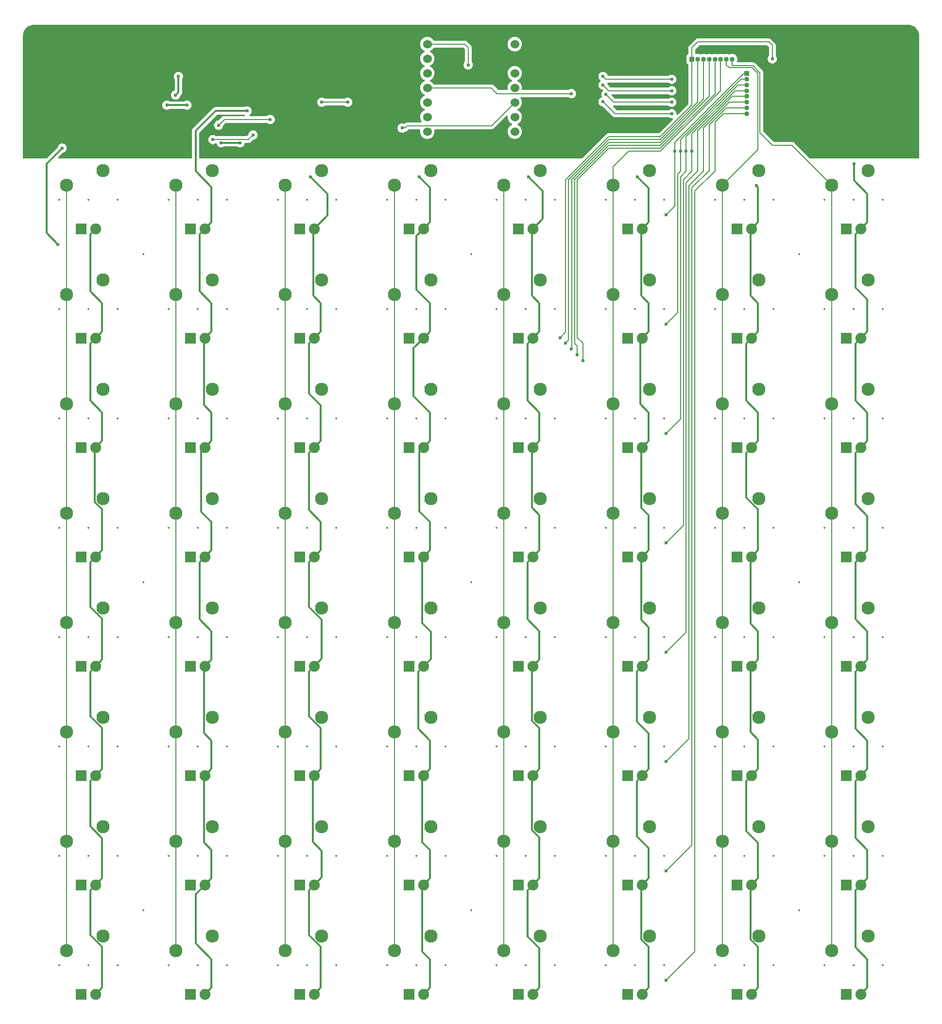
<source format=gbl>
%TF.GenerationSoftware,KiCad,Pcbnew,9.0.2*%
%TF.CreationDate,2025-06-29T11:42:18-07:00*%
%TF.ProjectId,Grid64_v3,47726964-3634-45f7-9633-2e6b69636164,rev?*%
%TF.SameCoordinates,Original*%
%TF.FileFunction,Copper,L2,Bot*%
%TF.FilePolarity,Positive*%
%FSLAX46Y46*%
G04 Gerber Fmt 4.6, Leading zero omitted, Abs format (unit mm)*
G04 Created by KiCad (PCBNEW 9.0.2) date 2025-06-29 11:42:18*
%MOMM*%
%LPD*%
G01*
G04 APERTURE LIST*
%TA.AperFunction,ComponentPad*%
%ADD10R,1.905000X1.905000*%
%TD*%
%TA.AperFunction,ComponentPad*%
%ADD11C,1.905000*%
%TD*%
%TA.AperFunction,ComponentPad*%
%ADD12C,2.300000*%
%TD*%
%TA.AperFunction,ComponentPad*%
%ADD13R,0.850000X0.850000*%
%TD*%
%TA.AperFunction,ComponentPad*%
%ADD14C,0.850000*%
%TD*%
%TA.AperFunction,ComponentPad*%
%ADD15C,1.524000*%
%TD*%
%TA.AperFunction,ViaPad*%
%ADD16C,0.600000*%
%TD*%
%TA.AperFunction,Conductor*%
%ADD17C,0.200000*%
%TD*%
%TA.AperFunction,Conductor*%
%ADD18C,0.300000*%
%TD*%
%ADD19C,0.300000*%
%ADD20C,0.350000*%
G04 APERTURE END LIST*
D10*
%TO.P,L14,1,K*%
%TO.N,LED_Row1*%
X134778800Y-86201200D03*
D11*
%TO.P,L14,2,A*%
%TO.N,LED_Col5*%
X137318800Y-86201200D03*
%TD*%
D12*
%TO.P,S60,1,1*%
%TO.N,Col3*%
X94138800Y-192881200D03*
%TO.P,S60,2,2*%
%TO.N,Net-(D60-K)*%
X100488800Y-190341200D03*
%TD*%
%TO.P,S22,1,1*%
%TO.N,Col5*%
X132238800Y-97631200D03*
%TO.P,S22,2,2*%
%TO.N,Net-(D22-K)*%
X138588800Y-95091200D03*
%TD*%
%TO.P,S38,1,1*%
%TO.N,Col5*%
X132238800Y-135731200D03*
%TO.P,S38,2,2*%
%TO.N,Net-(D38-K)*%
X138588800Y-133191200D03*
%TD*%
D10*
%TO.P,L52,1,K*%
%TO.N,LED_Row6*%
X96678800Y-181451200D03*
D11*
%TO.P,L52,2,A*%
%TO.N,LED_Col3*%
X99218800Y-181451200D03*
%TD*%
D12*
%TO.P,S43,1,1*%
%TO.N,Col2*%
X75088800Y-154781200D03*
%TO.P,S43,2,2*%
%TO.N,Net-(D43-K)*%
X81438800Y-152241200D03*
%TD*%
D10*
%TO.P,L22,1,K*%
%TO.N,LED_Row2*%
X134778800Y-105251200D03*
D11*
%TO.P,L22,2,A*%
%TO.N,LED_Col5*%
X137318800Y-105251200D03*
%TD*%
D12*
%TO.P,S8,1,1*%
%TO.N,Col7*%
X170338800Y-59531200D03*
%TO.P,S8,2,2*%
%TO.N,Net-(D8-K)*%
X176688800Y-56991200D03*
%TD*%
%TO.P,S35,1,1*%
%TO.N,Col2*%
X75088800Y-135731200D03*
%TO.P,S35,2,2*%
%TO.N,Net-(D35-K)*%
X81438800Y-133191200D03*
%TD*%
%TO.P,S49,1,1*%
%TO.N,Col0*%
X36988800Y-173831200D03*
%TO.P,S49,2,2*%
%TO.N,Net-(D49-K)*%
X43338800Y-171291200D03*
%TD*%
D10*
%TO.P,L64,1,K*%
%TO.N,LED_Row7*%
X172878800Y-200501200D03*
D11*
%TO.P,L64,2,A*%
%TO.N,LED_Col7*%
X175418800Y-200501200D03*
%TD*%
D12*
%TO.P,S9,1,1*%
%TO.N,Col0*%
X36988800Y-78581200D03*
%TO.P,S9,2,2*%
%TO.N,Net-(D9-K)*%
X43338800Y-76041200D03*
%TD*%
D13*
%TO.P,J3,1,Pin_1*%
%TO.N,Row0*%
X155473725Y-40115000D03*
D14*
%TO.P,J3,2,Pin_2*%
%TO.N,Row1*%
X155473725Y-41115000D03*
%TO.P,J3,3,Pin_3*%
%TO.N,Row2*%
X155473725Y-42115000D03*
%TO.P,J3,4,Pin_4*%
%TO.N,Row3*%
X155473725Y-43115000D03*
%TO.P,J3,5,Pin_5*%
%TO.N,Row4*%
X155473725Y-44115000D03*
%TO.P,J3,6,Pin_6*%
%TO.N,Row5*%
X155473725Y-45115000D03*
%TO.P,J3,7,Pin_7*%
%TO.N,Row6*%
X155473725Y-46115000D03*
%TO.P,J3,8,Pin_8*%
%TO.N,Row7*%
X155473725Y-47115000D03*
%TD*%
D10*
%TO.P,L26,1,K*%
%TO.N,LED_Row3*%
X58578800Y-124301200D03*
D11*
%TO.P,L26,2,A*%
%TO.N,LED_Col1*%
X61118800Y-124301200D03*
%TD*%
D10*
%TO.P,L44,1,K*%
%TO.N,LED_Row5*%
X96678800Y-162401200D03*
D11*
%TO.P,L44,2,A*%
%TO.N,LED_Col3*%
X99218800Y-162401200D03*
%TD*%
D12*
%TO.P,S5,1,1*%
%TO.N,Col4*%
X113188800Y-59531200D03*
%TO.P,S5,2,2*%
%TO.N,Net-(D5-K)*%
X119538800Y-56991200D03*
%TD*%
D10*
%TO.P,L7,1,K*%
%TO.N,LED_Row0*%
X153828800Y-67151200D03*
D11*
%TO.P,L7,2,A*%
%TO.N,LED_Col6*%
X156368800Y-67151200D03*
%TD*%
D10*
%TO.P,L6,1,K*%
%TO.N,LED_Row0*%
X134778800Y-67151200D03*
D11*
%TO.P,L6,2,A*%
%TO.N,LED_Col5*%
X137318800Y-67151200D03*
%TD*%
D10*
%TO.P,L51,1,K*%
%TO.N,LED_Row6*%
X77628800Y-181451200D03*
D11*
%TO.P,L51,2,A*%
%TO.N,LED_Col2*%
X80168800Y-181451200D03*
%TD*%
D12*
%TO.P,S27,1,1*%
%TO.N,Col2*%
X75088800Y-116681200D03*
%TO.P,S27,2,2*%
%TO.N,Net-(D27-K)*%
X81438800Y-114141200D03*
%TD*%
%TO.P,S12,1,1*%
%TO.N,Col3*%
X94138800Y-78581200D03*
%TO.P,S12,2,2*%
%TO.N,Net-(D12-K)*%
X100488800Y-76041200D03*
%TD*%
D10*
%TO.P,L31,1,K*%
%TO.N,LED_Row3*%
X153828800Y-124301200D03*
D11*
%TO.P,L31,2,A*%
%TO.N,LED_Col6*%
X156368800Y-124301200D03*
%TD*%
D10*
%TO.P,L55,1,K*%
%TO.N,LED_Row6*%
X153828800Y-181451200D03*
D11*
%TO.P,L55,2,A*%
%TO.N,LED_Col6*%
X156368800Y-181451200D03*
%TD*%
D10*
%TO.P,L60,1,K*%
%TO.N,LED_Row7*%
X96678800Y-200501200D03*
D11*
%TO.P,L60,2,A*%
%TO.N,LED_Col3*%
X99218800Y-200501200D03*
%TD*%
D12*
%TO.P,S40,1,1*%
%TO.N,Col7*%
X170338800Y-135731200D03*
%TO.P,S40,2,2*%
%TO.N,Net-(D40-K)*%
X176688800Y-133191200D03*
%TD*%
D10*
%TO.P,L61,1,K*%
%TO.N,LED_Row7*%
X115728800Y-200501200D03*
D11*
%TO.P,L61,2,A*%
%TO.N,LED_Col4*%
X118268800Y-200501200D03*
%TD*%
D12*
%TO.P,S17,1,1*%
%TO.N,Col0*%
X36988800Y-97631200D03*
%TO.P,S17,2,2*%
%TO.N,Net-(D17-K)*%
X43338800Y-95091200D03*
%TD*%
D10*
%TO.P,L58,1,K*%
%TO.N,LED_Row7*%
X58578800Y-200501200D03*
D11*
%TO.P,L58,2,A*%
%TO.N,LED_Col1*%
X61118800Y-200501200D03*
%TD*%
D12*
%TO.P,S18,1,1*%
%TO.N,Col1*%
X56038800Y-97631200D03*
%TO.P,S18,2,2*%
%TO.N,Net-(D18-K)*%
X62388800Y-95091200D03*
%TD*%
%TO.P,S16,1,1*%
%TO.N,Col7*%
X170338800Y-78581200D03*
%TO.P,S16,2,2*%
%TO.N,Net-(D16-K)*%
X176688800Y-76041200D03*
%TD*%
D10*
%TO.P,L3,1,K*%
%TO.N,LED_Row0*%
X77628800Y-67151200D03*
D11*
%TO.P,L3,2,A*%
%TO.N,LED_Col2*%
X80168800Y-67151200D03*
%TD*%
D12*
%TO.P,S25,1,1*%
%TO.N,Col0*%
X36988800Y-116681200D03*
%TO.P,S25,2,2*%
%TO.N,Net-(D25-K)*%
X43338800Y-114141200D03*
%TD*%
%TO.P,S61,1,1*%
%TO.N,Col4*%
X113188800Y-192881200D03*
%TO.P,S61,2,2*%
%TO.N,Net-(D61-K)*%
X119538800Y-190341200D03*
%TD*%
%TO.P,S58,1,1*%
%TO.N,Col1*%
X56038800Y-192881200D03*
%TO.P,S58,2,2*%
%TO.N,Net-(D58-K)*%
X62388800Y-190341200D03*
%TD*%
%TO.P,S31,1,1*%
%TO.N,Col6*%
X151288800Y-116681200D03*
%TO.P,S31,2,2*%
%TO.N,Net-(D31-K)*%
X157638800Y-114141200D03*
%TD*%
D10*
%TO.P,L1,1,K*%
%TO.N,LED_Row0*%
X39528800Y-67151200D03*
D11*
%TO.P,L1,2,A*%
%TO.N,LED_Col0*%
X42068800Y-67151200D03*
%TD*%
D10*
%TO.P,L8,1,K*%
%TO.N,LED_Row0*%
X172878800Y-67151200D03*
D11*
%TO.P,L8,2,A*%
%TO.N,LED_Col7*%
X175418800Y-67151200D03*
%TD*%
D10*
%TO.P,L54,1,K*%
%TO.N,LED_Row6*%
X134778800Y-181451200D03*
D11*
%TO.P,L54,2,A*%
%TO.N,LED_Col5*%
X137318800Y-181451200D03*
%TD*%
D12*
%TO.P,S32,1,1*%
%TO.N,Col7*%
X170338800Y-116681200D03*
%TO.P,S32,2,2*%
%TO.N,Net-(D32-K)*%
X176688800Y-114141200D03*
%TD*%
%TO.P,S41,1,1*%
%TO.N,Col0*%
X36988800Y-154781200D03*
%TO.P,S41,2,2*%
%TO.N,Net-(D41-K)*%
X43338800Y-152241200D03*
%TD*%
D10*
%TO.P,L30,1,K*%
%TO.N,LED_Row3*%
X134778800Y-124301200D03*
D11*
%TO.P,L30,2,A*%
%TO.N,LED_Col5*%
X137318800Y-124301200D03*
%TD*%
D10*
%TO.P,L18,1,K*%
%TO.N,LED_Row2*%
X58578800Y-105251200D03*
D11*
%TO.P,L18,2,A*%
%TO.N,LED_Col1*%
X61118800Y-105251200D03*
%TD*%
D10*
%TO.P,L9,1,K*%
%TO.N,LED_Row1*%
X39528800Y-86201200D03*
D11*
%TO.P,L9,2,A*%
%TO.N,LED_Col0*%
X42068800Y-86201200D03*
%TD*%
D10*
%TO.P,L20,1,K*%
%TO.N,LED_Row2*%
X96678800Y-105251200D03*
D11*
%TO.P,L20,2,A*%
%TO.N,LED_Col3*%
X99218800Y-105251200D03*
%TD*%
D10*
%TO.P,L34,1,K*%
%TO.N,LED_Row4*%
X58578800Y-143351200D03*
D11*
%TO.P,L34,2,A*%
%TO.N,LED_Col1*%
X61118800Y-143351200D03*
%TD*%
D10*
%TO.P,L32,1,K*%
%TO.N,LED_Row3*%
X172878800Y-124301200D03*
D11*
%TO.P,L32,2,A*%
%TO.N,LED_Col7*%
X175418800Y-124301200D03*
%TD*%
D10*
%TO.P,L27,1,K*%
%TO.N,LED_Row3*%
X77628800Y-124301200D03*
D11*
%TO.P,L27,2,A*%
%TO.N,LED_Col2*%
X80168800Y-124301200D03*
%TD*%
D12*
%TO.P,S51,1,1*%
%TO.N,Col2*%
X75088800Y-173831200D03*
%TO.P,S51,2,2*%
%TO.N,Net-(D51-K)*%
X81438800Y-171291200D03*
%TD*%
D10*
%TO.P,L57,1,K*%
%TO.N,LED_Row7*%
X39528800Y-200501200D03*
D11*
%TO.P,L57,2,A*%
%TO.N,LED_Col0*%
X42068800Y-200501200D03*
%TD*%
D12*
%TO.P,S7,1,1*%
%TO.N,Col6*%
X151288800Y-59531200D03*
%TO.P,S7,2,2*%
%TO.N,Net-(D7-K)*%
X157638800Y-56991200D03*
%TD*%
%TO.P,S37,1,1*%
%TO.N,Col4*%
X113188800Y-135731200D03*
%TO.P,S37,2,2*%
%TO.N,Net-(D37-K)*%
X119538800Y-133191200D03*
%TD*%
D10*
%TO.P,L43,1,K*%
%TO.N,LED_Row5*%
X77628800Y-162401200D03*
D11*
%TO.P,L43,2,A*%
%TO.N,LED_Col2*%
X80168800Y-162401200D03*
%TD*%
D12*
%TO.P,S14,1,1*%
%TO.N,Col5*%
X132238800Y-78581200D03*
%TO.P,S14,2,2*%
%TO.N,Net-(D14-K)*%
X138588800Y-76041200D03*
%TD*%
D10*
%TO.P,L2,1,K*%
%TO.N,LED_Row0*%
X58578800Y-67151200D03*
D11*
%TO.P,L2,2,A*%
%TO.N,LED_Col1*%
X61118800Y-67151200D03*
%TD*%
D12*
%TO.P,S1,1,1*%
%TO.N,Col0*%
X36988800Y-59531200D03*
%TO.P,S1,2,2*%
%TO.N,Net-(D1-K)*%
X43338800Y-56991200D03*
%TD*%
D10*
%TO.P,L33,1,K*%
%TO.N,LED_Row4*%
X39528800Y-143351200D03*
D11*
%TO.P,L33,2,A*%
%TO.N,LED_Col0*%
X42068800Y-143351200D03*
%TD*%
D10*
%TO.P,L62,1,K*%
%TO.N,LED_Row7*%
X134778800Y-200501200D03*
D11*
%TO.P,L62,2,A*%
%TO.N,LED_Col5*%
X137318800Y-200501200D03*
%TD*%
D12*
%TO.P,S34,1,1*%
%TO.N,Col1*%
X56038800Y-135731200D03*
%TO.P,S34,2,2*%
%TO.N,Net-(D34-K)*%
X62388800Y-133191200D03*
%TD*%
%TO.P,S2,1,1*%
%TO.N,Col1*%
X56038800Y-59531200D03*
%TO.P,S2,2,2*%
%TO.N,Net-(D2-K)*%
X62388800Y-56991200D03*
%TD*%
%TO.P,S63,1,1*%
%TO.N,Col6*%
X151288800Y-192881200D03*
%TO.P,S63,2,2*%
%TO.N,Net-(D63-K)*%
X157638800Y-190341200D03*
%TD*%
%TO.P,S20,1,1*%
%TO.N,Col3*%
X94138800Y-97631200D03*
%TO.P,S20,2,2*%
%TO.N,Net-(D20-K)*%
X100488800Y-95091200D03*
%TD*%
%TO.P,S13,1,1*%
%TO.N,Col4*%
X113188800Y-78581200D03*
%TO.P,S13,2,2*%
%TO.N,Net-(D13-K)*%
X119538800Y-76041200D03*
%TD*%
D10*
%TO.P,L41,1,K*%
%TO.N,LED_Row5*%
X39528800Y-162401200D03*
D11*
%TO.P,L41,2,A*%
%TO.N,LED_Col0*%
X42068800Y-162401200D03*
%TD*%
D10*
%TO.P,L19,1,K*%
%TO.N,LED_Row2*%
X77628800Y-105251200D03*
D11*
%TO.P,L19,2,A*%
%TO.N,LED_Col2*%
X80168800Y-105251200D03*
%TD*%
D10*
%TO.P,L42,1,K*%
%TO.N,LED_Row5*%
X58578800Y-162401200D03*
D11*
%TO.P,L42,2,A*%
%TO.N,LED_Col1*%
X61118800Y-162401200D03*
%TD*%
D12*
%TO.P,S3,1,1*%
%TO.N,Col2*%
X75088800Y-59531200D03*
%TO.P,S3,2,2*%
%TO.N,Net-(D3-K)*%
X81438800Y-56991200D03*
%TD*%
D10*
%TO.P,L5,1,K*%
%TO.N,LED_Row0*%
X115728800Y-67151200D03*
D11*
%TO.P,L5,2,A*%
%TO.N,LED_Col4*%
X118268800Y-67151200D03*
%TD*%
D10*
%TO.P,L11,1,K*%
%TO.N,LED_Row1*%
X77628800Y-86201200D03*
D11*
%TO.P,L11,2,A*%
%TO.N,LED_Col2*%
X80168800Y-86201200D03*
%TD*%
D10*
%TO.P,L49,1,K*%
%TO.N,LED_Row6*%
X39528800Y-181451200D03*
D11*
%TO.P,L49,2,A*%
%TO.N,LED_Col0*%
X42068800Y-181451200D03*
%TD*%
D10*
%TO.P,L16,1,K*%
%TO.N,LED_Row1*%
X172878800Y-86201200D03*
D11*
%TO.P,L16,2,A*%
%TO.N,LED_Col7*%
X175418800Y-86201200D03*
%TD*%
D13*
%TO.P,J4,1,Pin_1*%
%TO.N,Col0*%
X145973725Y-37615000D03*
D14*
%TO.P,J4,2,Pin_2*%
%TO.N,Col1*%
X146973725Y-37615000D03*
%TO.P,J4,3,Pin_3*%
%TO.N,Col2*%
X147973725Y-37615000D03*
%TO.P,J4,4,Pin_4*%
%TO.N,Col3*%
X148973725Y-37615000D03*
%TO.P,J4,5,Pin_5*%
%TO.N,Col4*%
X149973725Y-37615000D03*
%TO.P,J4,6,Pin_6*%
%TO.N,Col5*%
X150973725Y-37615000D03*
%TO.P,J4,7,Pin_7*%
%TO.N,Col6*%
X151973725Y-37615000D03*
%TO.P,J4,8,Pin_8*%
%TO.N,Col7*%
X152973725Y-37615000D03*
%TD*%
D10*
%TO.P,L24,1,K*%
%TO.N,LED_Row2*%
X172878800Y-105251200D03*
D11*
%TO.P,L24,2,A*%
%TO.N,LED_Col7*%
X175418800Y-105251200D03*
%TD*%
D12*
%TO.P,S56,1,1*%
%TO.N,Col7*%
X170338800Y-173831200D03*
%TO.P,S56,2,2*%
%TO.N,Net-(D56-K)*%
X176688800Y-171291200D03*
%TD*%
%TO.P,S52,1,1*%
%TO.N,Col3*%
X94138800Y-173831200D03*
%TO.P,S52,2,2*%
%TO.N,Net-(D52-K)*%
X100488800Y-171291200D03*
%TD*%
%TO.P,S23,1,1*%
%TO.N,Col6*%
X151288800Y-97631200D03*
%TO.P,S23,2,2*%
%TO.N,Net-(D23-K)*%
X157638800Y-95091200D03*
%TD*%
D10*
%TO.P,L50,1,K*%
%TO.N,LED_Row6*%
X58578800Y-181451200D03*
D11*
%TO.P,L50,2,A*%
%TO.N,LED_Col1*%
X61118800Y-181451200D03*
%TD*%
D10*
%TO.P,L10,1,K*%
%TO.N,LED_Row1*%
X58578800Y-86201200D03*
D11*
%TO.P,L10,2,A*%
%TO.N,LED_Col1*%
X61118800Y-86201200D03*
%TD*%
D10*
%TO.P,L29,1,K*%
%TO.N,LED_Row3*%
X115728800Y-124301200D03*
D11*
%TO.P,L29,2,A*%
%TO.N,LED_Col4*%
X118268800Y-124301200D03*
%TD*%
D12*
%TO.P,S55,1,1*%
%TO.N,Col6*%
X151288800Y-173831200D03*
%TO.P,S55,2,2*%
%TO.N,Net-(D55-K)*%
X157638800Y-171291200D03*
%TD*%
D10*
%TO.P,L45,1,K*%
%TO.N,LED_Row5*%
X115728800Y-162401200D03*
D11*
%TO.P,L45,2,A*%
%TO.N,LED_Col4*%
X118268800Y-162401200D03*
%TD*%
D12*
%TO.P,S36,1,1*%
%TO.N,Col3*%
X94138800Y-135731200D03*
%TO.P,S36,2,2*%
%TO.N,Net-(D36-K)*%
X100488800Y-133191200D03*
%TD*%
%TO.P,S64,1,1*%
%TO.N,Col7*%
X170338800Y-192881200D03*
%TO.P,S64,2,2*%
%TO.N,Net-(D64-K)*%
X176688800Y-190341200D03*
%TD*%
%TO.P,S39,1,1*%
%TO.N,Col6*%
X151288800Y-135731200D03*
%TO.P,S39,2,2*%
%TO.N,Net-(D39-K)*%
X157638800Y-133191200D03*
%TD*%
%TO.P,S29,1,1*%
%TO.N,Col4*%
X113188800Y-116681200D03*
%TO.P,S29,2,2*%
%TO.N,Net-(D29-K)*%
X119538800Y-114141200D03*
%TD*%
%TO.P,S57,1,1*%
%TO.N,Col0*%
X36988800Y-192881200D03*
%TO.P,S57,2,2*%
%TO.N,Net-(D57-K)*%
X43338800Y-190341200D03*
%TD*%
D10*
%TO.P,L37,1,K*%
%TO.N,LED_Row4*%
X115728800Y-143351200D03*
D11*
%TO.P,L37,2,A*%
%TO.N,LED_Col4*%
X118268800Y-143351200D03*
%TD*%
D12*
%TO.P,S19,1,1*%
%TO.N,Col2*%
X75088800Y-97631200D03*
%TO.P,S19,2,2*%
%TO.N,Net-(D19-K)*%
X81438800Y-95091200D03*
%TD*%
D10*
%TO.P,L48,1,K*%
%TO.N,LED_Row5*%
X172878800Y-162401200D03*
D11*
%TO.P,L48,2,A*%
%TO.N,LED_Col7*%
X175418800Y-162401200D03*
%TD*%
D10*
%TO.P,L13,1,K*%
%TO.N,LED_Row1*%
X115728800Y-86201200D03*
D11*
%TO.P,L13,2,A*%
%TO.N,LED_Col4*%
X118268800Y-86201200D03*
%TD*%
D12*
%TO.P,S30,1,1*%
%TO.N,Col5*%
X132238800Y-116681200D03*
%TO.P,S30,2,2*%
%TO.N,Net-(D30-K)*%
X138588800Y-114141200D03*
%TD*%
%TO.P,S24,1,1*%
%TO.N,Col7*%
X170338800Y-97631200D03*
%TO.P,S24,2,2*%
%TO.N,Net-(D24-K)*%
X176688800Y-95091200D03*
%TD*%
D10*
%TO.P,L15,1,K*%
%TO.N,LED_Row1*%
X153828800Y-86201200D03*
D11*
%TO.P,L15,2,A*%
%TO.N,LED_Col6*%
X156368800Y-86201200D03*
%TD*%
D12*
%TO.P,S47,1,1*%
%TO.N,Col6*%
X151288800Y-154781200D03*
%TO.P,S47,2,2*%
%TO.N,Net-(D47-K)*%
X157638800Y-152241200D03*
%TD*%
D10*
%TO.P,L39,1,K*%
%TO.N,LED_Row4*%
X153828800Y-143351200D03*
D11*
%TO.P,L39,2,A*%
%TO.N,LED_Col6*%
X156368800Y-143351200D03*
%TD*%
D10*
%TO.P,L35,1,K*%
%TO.N,LED_Row4*%
X77628800Y-143351200D03*
D11*
%TO.P,L35,2,A*%
%TO.N,LED_Col2*%
X80168800Y-143351200D03*
%TD*%
D12*
%TO.P,S59,1,1*%
%TO.N,Col2*%
X75088800Y-192881200D03*
%TO.P,S59,2,2*%
%TO.N,Net-(D59-K)*%
X81438800Y-190341200D03*
%TD*%
%TO.P,S62,1,1*%
%TO.N,Col5*%
X132238800Y-192881200D03*
%TO.P,S62,2,2*%
%TO.N,Net-(D62-K)*%
X138588800Y-190341200D03*
%TD*%
%TO.P,S15,1,1*%
%TO.N,Col6*%
X151288800Y-78581200D03*
%TO.P,S15,2,2*%
%TO.N,Net-(D15-K)*%
X157638800Y-76041200D03*
%TD*%
%TO.P,S46,1,1*%
%TO.N,Col5*%
X132238800Y-154781200D03*
%TO.P,S46,2,2*%
%TO.N,Net-(D46-K)*%
X138588800Y-152241200D03*
%TD*%
%TO.P,S4,1,1*%
%TO.N,Col3*%
X94138800Y-59531200D03*
%TO.P,S4,2,2*%
%TO.N,Net-(D4-K)*%
X100488800Y-56991200D03*
%TD*%
%TO.P,S21,1,1*%
%TO.N,Col4*%
X113188800Y-97631200D03*
%TO.P,S21,2,2*%
%TO.N,Net-(D21-K)*%
X119538800Y-95091200D03*
%TD*%
%TO.P,S28,1,1*%
%TO.N,Col3*%
X94138800Y-116681200D03*
%TO.P,S28,2,2*%
%TO.N,Net-(D28-K)*%
X100488800Y-114141200D03*
%TD*%
%TO.P,S44,1,1*%
%TO.N,Col3*%
X94138800Y-154781200D03*
%TO.P,S44,2,2*%
%TO.N,Net-(D44-K)*%
X100488800Y-152241200D03*
%TD*%
D10*
%TO.P,L59,1,K*%
%TO.N,LED_Row7*%
X77628800Y-200501200D03*
D11*
%TO.P,L59,2,A*%
%TO.N,LED_Col2*%
X80168800Y-200501200D03*
%TD*%
D10*
%TO.P,L47,1,K*%
%TO.N,LED_Row5*%
X153828800Y-162401200D03*
D11*
%TO.P,L47,2,A*%
%TO.N,LED_Col6*%
X156368800Y-162401200D03*
%TD*%
D10*
%TO.P,L40,1,K*%
%TO.N,LED_Row4*%
X172878800Y-143351200D03*
D11*
%TO.P,L40,2,A*%
%TO.N,LED_Col7*%
X175418800Y-143351200D03*
%TD*%
D12*
%TO.P,S48,1,1*%
%TO.N,Col7*%
X170338800Y-154781200D03*
%TO.P,S48,2,2*%
%TO.N,Net-(D48-K)*%
X176688800Y-152241200D03*
%TD*%
%TO.P,S33,1,1*%
%TO.N,Col0*%
X36988800Y-135731200D03*
%TO.P,S33,2,2*%
%TO.N,Net-(D33-K)*%
X43338800Y-133191200D03*
%TD*%
D10*
%TO.P,L28,1,K*%
%TO.N,LED_Row3*%
X96678800Y-124301200D03*
D11*
%TO.P,L28,2,A*%
%TO.N,LED_Col3*%
X99218800Y-124301200D03*
%TD*%
D10*
%TO.P,L25,1,K*%
%TO.N,LED_Row3*%
X39528800Y-124301200D03*
D11*
%TO.P,L25,2,A*%
%TO.N,LED_Col0*%
X42068800Y-124301200D03*
%TD*%
D10*
%TO.P,L12,1,K*%
%TO.N,LED_Row1*%
X96678800Y-86201200D03*
D11*
%TO.P,L12,2,A*%
%TO.N,LED_Col3*%
X99218800Y-86201200D03*
%TD*%
D12*
%TO.P,S10,1,1*%
%TO.N,Col1*%
X56038800Y-78581200D03*
%TO.P,S10,2,2*%
%TO.N,Net-(D10-K)*%
X62388800Y-76041200D03*
%TD*%
%TO.P,S45,1,1*%
%TO.N,Col4*%
X113188800Y-154781200D03*
%TO.P,S45,2,2*%
%TO.N,Net-(D45-K)*%
X119538800Y-152241200D03*
%TD*%
%TO.P,S53,1,1*%
%TO.N,Col4*%
X113188800Y-173831200D03*
%TO.P,S53,2,2*%
%TO.N,Net-(D53-K)*%
X119538800Y-171291200D03*
%TD*%
D10*
%TO.P,L53,1,K*%
%TO.N,LED_Row6*%
X115728800Y-181451200D03*
D11*
%TO.P,L53,2,A*%
%TO.N,LED_Col4*%
X118268800Y-181451200D03*
%TD*%
D12*
%TO.P,S54,1,1*%
%TO.N,Col5*%
X132238800Y-173831200D03*
%TO.P,S54,2,2*%
%TO.N,Net-(D54-K)*%
X138588800Y-171291200D03*
%TD*%
D10*
%TO.P,L56,1,K*%
%TO.N,LED_Row6*%
X172878800Y-181451200D03*
D11*
%TO.P,L56,2,A*%
%TO.N,LED_Col7*%
X175418800Y-181451200D03*
%TD*%
D12*
%TO.P,S11,1,1*%
%TO.N,Col2*%
X75088800Y-78581200D03*
%TO.P,S11,2,2*%
%TO.N,Net-(D11-K)*%
X81438800Y-76041200D03*
%TD*%
D10*
%TO.P,L46,1,K*%
%TO.N,LED_Row5*%
X134778800Y-162401200D03*
D11*
%TO.P,L46,2,A*%
%TO.N,LED_Col5*%
X137318800Y-162401200D03*
%TD*%
D12*
%TO.P,S42,1,1*%
%TO.N,Col1*%
X56038800Y-154781200D03*
%TO.P,S42,2,2*%
%TO.N,Net-(D42-K)*%
X62388800Y-152241200D03*
%TD*%
%TO.P,S26,1,1*%
%TO.N,Col1*%
X56038800Y-116681200D03*
%TO.P,S26,2,2*%
%TO.N,Net-(D26-K)*%
X62388800Y-114141200D03*
%TD*%
D10*
%TO.P,L23,1,K*%
%TO.N,LED_Row2*%
X153828800Y-105251200D03*
D11*
%TO.P,L23,2,A*%
%TO.N,LED_Col6*%
X156368800Y-105251200D03*
%TD*%
D10*
%TO.P,L21,1,K*%
%TO.N,LED_Row2*%
X115728800Y-105251200D03*
D11*
%TO.P,L21,2,A*%
%TO.N,LED_Col4*%
X118268800Y-105251200D03*
%TD*%
D10*
%TO.P,L63,1,K*%
%TO.N,LED_Row7*%
X153828800Y-200501200D03*
D11*
%TO.P,L63,2,A*%
%TO.N,LED_Col6*%
X156368800Y-200501200D03*
%TD*%
D10*
%TO.P,L36,1,K*%
%TO.N,LED_Row4*%
X96678800Y-143351200D03*
D11*
%TO.P,L36,2,A*%
%TO.N,LED_Col3*%
X99218800Y-143351200D03*
%TD*%
D10*
%TO.P,L17,1,K*%
%TO.N,LED_Row2*%
X39528800Y-105251200D03*
D11*
%TO.P,L17,2,A*%
%TO.N,LED_Col0*%
X42068800Y-105251200D03*
%TD*%
D15*
%TO.P,U1,1,GPIO2/A0/D0*%
%TO.N,SIPO_DATA*%
X99853725Y-34995000D03*
%TO.P,U1,2,GPIO3/A1/D1*%
%TO.N,SIPO_CLEAR*%
X99853725Y-37535000D03*
%TO.P,U1,3,GPIO4/A2/D2*%
%TO.N,SIPO_CLOCK*%
X99853725Y-40075000D03*
%TO.P,U1,4,GPIO5/A3/D3*%
%TO.N,PISO_DATA*%
X99853725Y-42615000D03*
%TO.P,U1,5,GPIO6/D4/SDA*%
%TO.N,PISO_LOAD*%
X99853725Y-45155000D03*
%TO.P,U1,6,GPIO7/D5/SCL*%
%TO.N,PISO_CLOCK*%
X99853725Y-47695000D03*
%TO.P,U1,7,GPIO21/D6/TX*%
%TO.N,unconnected-(U1-GPIO21{slash}D6{slash}TX-Pad7)_1*%
X99853725Y-50235000D03*
%TO.P,U1,8,GPIO20/D7/RX*%
%TO.N,unconnected-(U1-GPIO20{slash}D7{slash}RX-Pad8)*%
X115093725Y-50235000D03*
%TO.P,U1,9,GPIO8/D8/SCK*%
%TO.N,CLK*%
X115093725Y-47695000D03*
%TO.P,U1,10,GPIO9/D9/MISO*%
%TO.N,MAX_LOAD*%
X115093725Y-45155000D03*
%TO.P,U1,11,GPIO10/D10/MOSI*%
%TO.N,MOSI*%
X115093725Y-42615000D03*
%TO.P,U1,12,VCC_3V3*%
%TO.N,+3V3*%
X115093725Y-40075000D03*
%TO.P,U1,13,GND*%
%TO.N,GND*%
X115093725Y-37535000D03*
%TO.P,U1,14,VBUS*%
%TO.N,+5V*%
X115093725Y-34995000D03*
%TD*%
D10*
%TO.P,L38,1,K*%
%TO.N,LED_Row4*%
X134778800Y-143351200D03*
D11*
%TO.P,L38,2,A*%
%TO.N,LED_Col5*%
X137318800Y-143351200D03*
%TD*%
D12*
%TO.P,S6,1,1*%
%TO.N,Col5*%
X132238800Y-59531200D03*
%TO.P,S6,2,2*%
%TO.N,Net-(D6-K)*%
X138588800Y-56991200D03*
%TD*%
%TO.P,S50,1,1*%
%TO.N,Col1*%
X56038800Y-173831200D03*
%TO.P,S50,2,2*%
%TO.N,Net-(D50-K)*%
X62388800Y-171291200D03*
%TD*%
D10*
%TO.P,L4,1,K*%
%TO.N,LED_Row0*%
X96678800Y-67151200D03*
D11*
%TO.P,L4,2,A*%
%TO.N,LED_Col3*%
X99218800Y-67151200D03*
%TD*%
D16*
%TO.N,Row0*%
X141473725Y-64721200D03*
X142973725Y-53615000D03*
%TO.N,Row1*%
X141473725Y-83771200D03*
X143973725Y-53615000D03*
%TO.N,Row2*%
X141473725Y-102821200D03*
X144973725Y-53615000D03*
%TO.N,Row3*%
X145973725Y-53615000D03*
X141473725Y-121871200D03*
%TO.N,Row5*%
X130473725Y-42115000D03*
X142473725Y-43115000D03*
X141473725Y-159971200D03*
%TO.N,Row6*%
X141473725Y-179021200D03*
X130973725Y-43746000D03*
X142473725Y-45115000D03*
%TO.N,Row7*%
X130473725Y-45016000D03*
X141473725Y-198071200D03*
X142473725Y-47115000D03*
%TO.N,Col0*%
X122973725Y-86115000D03*
X159973725Y-37565000D03*
%TO.N,Col1*%
X123973725Y-87115000D03*
%TO.N,Col2*%
X124973725Y-88115000D03*
%TO.N,Col3*%
X125973725Y-89115000D03*
%TO.N,Col4*%
X126973725Y-90115000D03*
%TO.N,LED_Col0*%
X63923725Y-52165000D03*
X36223725Y-53115000D03*
X67223725Y-52165000D03*
X35473725Y-69865000D03*
%TO.N,LED_Col1*%
X68473725Y-46615000D03*
%TO.N,LED_Col2*%
X79473725Y-58115000D03*
%TO.N,LED_Col3*%
X98473725Y-58115000D03*
%TO.N,LED_Col4*%
X117473725Y-58115000D03*
%TO.N,LED_Col5*%
X136473725Y-58115000D03*
%TO.N,LED_Col6*%
X157223725Y-59615000D03*
%TO.N,LED_Col7*%
X174223725Y-55865000D03*
%TO.N,LED_Row4*%
X55973725Y-43865000D03*
X56473725Y-40615000D03*
%TO.N,LED_Row5*%
X57973725Y-45615000D03*
X54473725Y-45615000D03*
%TO.N,Row4*%
X142473725Y-41115000D03*
X130473725Y-40615000D03*
X141473725Y-140921200D03*
%TO.N,GND*%
X164473725Y-46115000D03*
X134973725Y-49615000D03*
X119973725Y-37115000D03*
X91473725Y-40615000D03*
X164473725Y-36115000D03*
X106473725Y-54115000D03*
X125973725Y-41615000D03*
X119473725Y-49615000D03*
X136973725Y-40115000D03*
X58473725Y-44115000D03*
X148473725Y-36115000D03*
X48473725Y-50615000D03*
X62473725Y-45615000D03*
X31973725Y-48615000D03*
X123473725Y-35115000D03*
X31973725Y-34115000D03*
X57973725Y-38615000D03*
X140473725Y-49115000D03*
X87973725Y-49865000D03*
X180973725Y-35115000D03*
X83473725Y-48115000D03*
X84973725Y-53615000D03*
X96473725Y-34868920D03*
X77473725Y-36615000D03*
X126473725Y-47615000D03*
X168973725Y-37615000D03*
X143973725Y-35615000D03*
X103473725Y-39115000D03*
X72473725Y-38615000D03*
X171973725Y-34115000D03*
X166973725Y-42615000D03*
X130473725Y-38615000D03*
X95473725Y-44115000D03*
X110473725Y-40115000D03*
X91973725Y-46115000D03*
X160973725Y-50115000D03*
X62973725Y-38615000D03*
X60973725Y-51115000D03*
X177973725Y-38615000D03*
X85973725Y-40115000D03*
X73473725Y-49115000D03*
X57973725Y-51115000D03*
X175473725Y-44615000D03*
X170973725Y-53115000D03*
X182473725Y-52615000D03*
%TO.N,MAX_LOAD*%
X95473725Y-49615000D03*
%TO.N,PISO_DATA*%
X124973725Y-43615000D03*
%TO.N,SIPO_DATA*%
X106973725Y-38615000D03*
%TO.N,MAX_LOAD_5*%
X85973725Y-45115000D03*
X72473725Y-48115000D03*
X63473725Y-49115000D03*
X81473725Y-45115000D03*
%TO.N,MOSI_5*%
X62473725Y-51615000D03*
X69473725Y-50817000D03*
%TD*%
D17*
%TO.N,MAX_LOAD*%
X95473725Y-49615000D02*
X95973725Y-49615000D01*
X111026725Y-49222000D02*
X115093725Y-45155000D01*
X96366725Y-49222000D02*
X111026725Y-49222000D01*
X95973725Y-49615000D02*
X96366725Y-49222000D01*
%TO.N,Row0*%
X142973725Y-53615000D02*
X142973725Y-52115000D01*
X142973725Y-53615000D02*
X142973725Y-63221200D01*
X154973725Y-40115000D02*
X155473725Y-40115000D01*
X142973725Y-52115000D02*
X154973725Y-40115000D01*
X142973725Y-63221200D02*
X141473725Y-64721200D01*
%TO.N,Row1*%
X155473725Y-41115000D02*
X154473725Y-41115000D01*
X143973725Y-51615000D02*
X143973725Y-53615000D01*
X154473725Y-41115000D02*
X143973725Y-51615000D01*
X143473725Y-81771200D02*
X141473725Y-83771200D01*
X143473725Y-57615000D02*
X143473725Y-81771200D01*
X143973725Y-57115000D02*
X143473725Y-57615000D01*
X143973725Y-53615000D02*
X143973725Y-57115000D01*
%TO.N,Row2*%
X144973725Y-57115000D02*
X143973725Y-58115000D01*
X143973725Y-100321200D02*
X141473725Y-102821200D01*
X144973725Y-53615000D02*
X144973725Y-51115000D01*
X153973725Y-42115000D02*
X155473725Y-42115000D01*
X144973725Y-53615000D02*
X144973725Y-57115000D01*
X143973725Y-58115000D02*
X143973725Y-100321200D01*
X144973725Y-51115000D02*
X153973725Y-42115000D01*
%TO.N,Row3*%
X145973725Y-53615000D02*
X145973725Y-57115000D01*
X144473725Y-118871200D02*
X141473725Y-121871200D01*
X144473725Y-58615000D02*
X144473725Y-118871200D01*
X153470113Y-43115000D02*
X145973725Y-50611388D01*
X155473725Y-43115000D02*
X153470113Y-43115000D01*
X145973725Y-50611388D02*
X145973725Y-53615000D01*
X145973725Y-57115000D02*
X144473725Y-58615000D01*
%TO.N,Row5*%
X152462889Y-45115000D02*
X147973725Y-49604164D01*
X145473725Y-59615000D02*
X145473725Y-155971200D01*
X147973725Y-57115000D02*
X145473725Y-59615000D01*
X147973725Y-49604164D02*
X147973725Y-57115000D01*
X130473725Y-42115000D02*
X131473725Y-43115000D01*
X155473725Y-45115000D02*
X152462889Y-45115000D01*
X131473725Y-43115000D02*
X142473725Y-43115000D01*
X145473725Y-155971200D02*
X141473725Y-159971200D01*
%TO.N,Row6*%
X148973725Y-49100552D02*
X148973725Y-57003963D01*
X132342725Y-45115000D02*
X142473725Y-45115000D01*
X145973725Y-174521200D02*
X141473725Y-179021200D01*
X148973725Y-57003963D02*
X145973725Y-60003963D01*
X155473725Y-46115000D02*
X151959277Y-46115000D01*
X151959277Y-46115000D02*
X148973725Y-49100552D01*
X130973725Y-43746000D02*
X132342725Y-45115000D01*
X145973725Y-60003963D02*
X145973725Y-174521200D01*
%TO.N,Row7*%
X130473725Y-45016000D02*
X132572725Y-47115000D01*
X155473725Y-47115000D02*
X151455665Y-47115000D01*
X149973725Y-48596940D02*
X149973725Y-57115000D01*
X149973725Y-57115000D02*
X146473725Y-60615000D01*
X151455665Y-47115000D02*
X149973725Y-48596940D01*
X132572725Y-47115000D02*
X142473725Y-47115000D01*
X146473725Y-60615000D02*
X146473725Y-193071200D01*
X146473725Y-193071200D02*
X141473725Y-198071200D01*
%TO.N,Col0*%
X159370725Y-34615000D02*
X146973725Y-34615000D01*
X159973725Y-37565000D02*
X159973725Y-35218000D01*
X145973725Y-35615000D02*
X145973725Y-37615000D01*
X145973725Y-45615000D02*
X145973725Y-37615000D01*
X36988800Y-78581200D02*
X36988800Y-97631200D01*
X36988800Y-154781200D02*
X36988800Y-192881200D01*
X122973725Y-86115000D02*
X123973725Y-85115000D01*
X140473725Y-51115000D02*
X145973725Y-45615000D01*
X159973725Y-35218000D02*
X159370725Y-34615000D01*
X123973725Y-85115000D02*
X123973725Y-58615000D01*
X146973725Y-34615000D02*
X145973725Y-35615000D01*
X123973725Y-58615000D02*
X131473725Y-51115000D01*
X36988800Y-116681200D02*
X36988800Y-154781200D01*
X36988800Y-59531200D02*
X36988800Y-78581200D01*
X131473725Y-51115000D02*
X140473725Y-51115000D01*
X36988800Y-97631200D02*
X36988800Y-116681200D01*
%TO.N,Col1*%
X123973725Y-87115000D02*
X124473725Y-86615000D01*
X146973725Y-45115000D02*
X146973725Y-37615000D01*
X140473725Y-51615000D02*
X146973725Y-45115000D01*
X124473725Y-58615000D02*
X131473725Y-51615000D01*
X56038800Y-154781200D02*
X56038800Y-192881200D01*
X124473725Y-86615000D02*
X124473725Y-58615000D01*
X56038800Y-59531200D02*
X56038800Y-154781200D01*
X131473725Y-51615000D02*
X140473725Y-51615000D01*
%TO.N,Col2*%
X75088800Y-59531200D02*
X75088800Y-192881200D01*
X147973725Y-44615000D02*
X147973725Y-37615000D01*
X125024725Y-58564000D02*
X131473725Y-52115000D01*
X125024725Y-88064000D02*
X125024725Y-58564000D01*
X131473725Y-52115000D02*
X140473725Y-52115000D01*
X140473725Y-52115000D02*
X147973725Y-44615000D01*
X124973725Y-88115000D02*
X125024725Y-88064000D01*
%TO.N,Col3*%
X140473725Y-52615000D02*
X131473725Y-52615000D01*
X94138800Y-59531200D02*
X94138800Y-192881200D01*
X125524725Y-87166000D02*
X125973725Y-87615000D01*
X131473725Y-52615000D02*
X125524725Y-58564000D01*
X125973725Y-87615000D02*
X125973725Y-89115000D01*
X148973725Y-37615000D02*
X148973725Y-44115000D01*
X148973725Y-44115000D02*
X140473725Y-52615000D01*
X125524725Y-58564000D02*
X125524725Y-87166000D01*
%TO.N,Col4*%
X113188800Y-59531200D02*
X113188800Y-192881200D01*
X125973725Y-58615000D02*
X131473725Y-53115000D01*
X126973725Y-87115000D02*
X125973725Y-86115000D01*
X125973725Y-86115000D02*
X125973725Y-58615000D01*
X149973725Y-43615000D02*
X149973725Y-37615000D01*
X126973725Y-90115000D02*
X126973725Y-87115000D01*
X140473725Y-53115000D02*
X149973725Y-43615000D01*
X131473725Y-53115000D02*
X140473725Y-53115000D01*
%TO.N,Col5*%
X134973725Y-53615000D02*
X140473725Y-53615000D01*
X150973725Y-43115000D02*
X150973725Y-37615000D01*
X140473725Y-53615000D02*
X150973725Y-43115000D01*
X132238800Y-59531200D02*
X132238800Y-56349925D01*
X132238800Y-56349925D02*
X134973725Y-53615000D01*
X132238800Y-59531200D02*
X132238800Y-192881200D01*
%TO.N,Col6*%
X151288800Y-59531200D02*
X157473725Y-53346275D01*
X157473725Y-53346275D02*
X157473725Y-40115000D01*
X157473725Y-40115000D02*
X156473725Y-39115000D01*
X151288800Y-59531200D02*
X151288800Y-192881200D01*
X156473725Y-39115000D02*
X152473725Y-39115000D01*
X152473725Y-39115000D02*
X151973725Y-38615000D01*
X151973725Y-38615000D02*
X151973725Y-37615000D01*
%TO.N,Col7*%
X170338800Y-59531200D02*
X170338800Y-192881200D01*
X152973725Y-37615000D02*
X152973725Y-38764000D01*
X163422600Y-52615000D02*
X170338800Y-59531200D01*
X157824725Y-39969611D02*
X157824725Y-50466000D01*
X152973725Y-38764000D02*
X156619113Y-38764000D01*
X159973725Y-52615000D02*
X163422600Y-52615000D01*
X156619113Y-38764000D02*
X157824725Y-39969611D01*
X157824725Y-50466000D02*
X159973725Y-52615000D01*
D18*
%TO.N,LED_Col0*%
X43193700Y-80129200D02*
X41116300Y-78051800D01*
X41116300Y-152070724D02*
X41116300Y-144303700D01*
X42068800Y-124301200D02*
X43193700Y-123176300D01*
X41116300Y-171257575D02*
X41116300Y-163353700D01*
X42068800Y-86201200D02*
X41116300Y-87153700D01*
X41116300Y-163353700D02*
X42068800Y-162401200D01*
X63923725Y-52165000D02*
X67223725Y-52165000D01*
X42068800Y-86201200D02*
X43193700Y-85076300D01*
X43193700Y-173334975D02*
X41116300Y-171257575D01*
X43193700Y-85076300D02*
X43193700Y-80129200D01*
X43193700Y-123176300D02*
X43193700Y-116048124D01*
X42068800Y-143351200D02*
X43193700Y-142226300D01*
X43193700Y-104126300D02*
X42068800Y-105251200D01*
X33473725Y-67865000D02*
X35473725Y-69865000D01*
X43193700Y-135098124D02*
X41116300Y-133020724D01*
X42068800Y-200501200D02*
X43193700Y-199376300D01*
X41116300Y-97101800D02*
X43193700Y-99179200D01*
X41116300Y-87153700D02*
X41116300Y-97101800D01*
X43193700Y-116048124D02*
X41887800Y-114742224D01*
X41116300Y-133020724D02*
X41116300Y-125253700D01*
X41116300Y-125253700D02*
X42068800Y-124301200D01*
X41887800Y-105432200D02*
X42068800Y-105251200D01*
X43193700Y-99179200D02*
X43193700Y-104126300D01*
X43193700Y-199376300D02*
X43193700Y-192248124D01*
X41116300Y-144303700D02*
X42068800Y-143351200D01*
X43193700Y-142226300D02*
X43193700Y-135098124D01*
X33473725Y-55865000D02*
X33473725Y-67865000D01*
X43193700Y-154148124D02*
X41116300Y-152070724D01*
X41116300Y-182403700D02*
X42068800Y-181451200D01*
X41887800Y-114742224D02*
X41887800Y-105432200D01*
X41116300Y-190170724D02*
X41116300Y-182403700D01*
X42068800Y-162401200D02*
X43193700Y-161276300D01*
X41116300Y-68103700D02*
X42068800Y-67151200D01*
X36223725Y-53115000D02*
X33473725Y-55865000D01*
X43193700Y-192248124D02*
X41116300Y-190170724D01*
X42068800Y-181451200D02*
X43193700Y-180326300D01*
X43193700Y-161276300D02*
X43193700Y-154148124D01*
X41116300Y-78051800D02*
X41116300Y-68103700D01*
X43193700Y-180326300D02*
X43193700Y-173334975D01*
%TO.N,LED_Col1*%
X61118800Y-67151200D02*
X62243700Y-66026300D01*
X59473725Y-50115000D02*
X62973725Y-46615000D01*
X62243700Y-194429200D02*
X62243700Y-199376300D01*
X60166300Y-135201800D02*
X62243700Y-137279200D01*
X60166300Y-125253700D02*
X60166300Y-135201800D01*
X61118800Y-86201200D02*
X60937800Y-86382200D01*
X60937800Y-143532200D02*
X60937800Y-155023300D01*
X62243700Y-66026300D02*
X62243700Y-59884975D01*
X61118800Y-105251200D02*
X60473725Y-105896275D01*
X62243700Y-80129200D02*
X62243700Y-85076300D01*
X61118800Y-67151200D02*
X60166300Y-68103700D01*
X61118800Y-181451200D02*
X59473725Y-183096275D01*
X61118800Y-124301200D02*
X60166300Y-125253700D01*
X62243700Y-99179200D02*
X62243700Y-104126300D01*
X62243700Y-118229200D02*
X62243700Y-123176300D01*
X59473725Y-191659225D02*
X62243700Y-194429200D01*
X62243700Y-123176300D02*
X61118800Y-124301200D01*
X60166300Y-78051800D02*
X62243700Y-80129200D01*
X60473725Y-116459225D02*
X62243700Y-118229200D01*
X60937800Y-86382200D02*
X60937800Y-97873300D01*
X62973725Y-46615000D02*
X68473725Y-46615000D01*
X62243700Y-156329200D02*
X62243700Y-161276300D01*
X60937800Y-162582200D02*
X60937800Y-174073300D01*
X60937800Y-97873300D02*
X62243700Y-99179200D01*
X62243700Y-142226300D02*
X61118800Y-143351200D01*
X62243700Y-161276300D02*
X61118800Y-162401200D01*
X62243700Y-199376300D02*
X61118800Y-200501200D01*
X62243700Y-59884975D02*
X59473725Y-57115000D01*
X60473725Y-105896275D02*
X60473725Y-116459225D01*
X62243700Y-137279200D02*
X62243700Y-142226300D01*
X62243700Y-180326300D02*
X61118800Y-181451200D01*
X62243700Y-104126300D02*
X61118800Y-105251200D01*
X59473725Y-57115000D02*
X59473725Y-50115000D01*
X60166300Y-68103700D02*
X60166300Y-78051800D01*
X61118800Y-162401200D02*
X60937800Y-162582200D01*
X62243700Y-175379200D02*
X62243700Y-180326300D01*
X61118800Y-143351200D02*
X60937800Y-143532200D01*
X60937800Y-155023300D02*
X62243700Y-156329200D01*
X60937800Y-174073300D02*
X62243700Y-175379200D01*
X62243700Y-85076300D02*
X61118800Y-86201200D01*
X59473725Y-183096275D02*
X59473725Y-191659225D01*
%TO.N,LED_Col2*%
X80168800Y-124301200D02*
X81293700Y-123176300D01*
X79890800Y-162679200D02*
X79890800Y-173976300D01*
X81293700Y-85076300D02*
X80168800Y-86201200D01*
X79216300Y-125253700D02*
X80168800Y-124301200D01*
X81293700Y-118229200D02*
X79216300Y-116151800D01*
X81293700Y-104126300D02*
X81293700Y-97934975D01*
X81473725Y-175559225D02*
X81473725Y-180146275D01*
X81293700Y-192248124D02*
X79216300Y-190170724D01*
X79216300Y-116151800D02*
X79216300Y-106203700D01*
X79216300Y-144303700D02*
X80168800Y-143351200D01*
X79216300Y-87153700D02*
X80168800Y-86201200D01*
X79973725Y-67346275D02*
X79973725Y-78809225D01*
X79973725Y-78809225D02*
X81293700Y-80129200D01*
X80168800Y-67151200D02*
X79973725Y-67346275D01*
X81293700Y-154148124D02*
X79216300Y-152070724D01*
X80168800Y-162401200D02*
X81293700Y-161276300D01*
X80168800Y-105251200D02*
X81293700Y-104126300D01*
X79216300Y-106203700D02*
X80168800Y-105251200D01*
X81293700Y-80129200D02*
X81293700Y-85076300D01*
X79216300Y-152070724D02*
X79216300Y-144303700D01*
X79216300Y-133020724D02*
X79216300Y-125253700D01*
X80168800Y-200501200D02*
X81293700Y-199376300D01*
X81473725Y-142046275D02*
X81473725Y-135278149D01*
X81473725Y-135278149D02*
X79216300Y-133020724D01*
X81293700Y-161276300D02*
X81293700Y-154148124D01*
X82473725Y-64846275D02*
X80168800Y-67151200D01*
X79216300Y-95857575D02*
X79216300Y-87153700D01*
X81293700Y-199376300D02*
X81293700Y-192248124D01*
X79216300Y-190170724D02*
X79216300Y-182403700D01*
X81293700Y-97934975D02*
X79216300Y-95857575D01*
X80168800Y-143351200D02*
X81473725Y-142046275D01*
X81473725Y-180146275D02*
X80168800Y-181451200D01*
X79216300Y-182403700D02*
X80168800Y-181451200D01*
X79473725Y-58115000D02*
X82473725Y-61115000D01*
X82473725Y-61115000D02*
X82473725Y-64846275D01*
X79890800Y-173976300D02*
X81473725Y-175559225D01*
X80168800Y-162401200D02*
X79890800Y-162679200D01*
X81293700Y-123176300D02*
X81293700Y-118229200D01*
%TO.N,LED_Col3*%
X97473725Y-96309225D02*
X100343700Y-99179200D01*
X100343700Y-118229200D02*
X100343700Y-123176300D01*
X99218800Y-86201200D02*
X97473725Y-87946275D01*
X98940800Y-135876300D02*
X100473725Y-137409225D01*
X97973725Y-68396275D02*
X97973725Y-77759225D01*
X99218800Y-67151200D02*
X97973725Y-68396275D01*
X98940800Y-124579200D02*
X98940800Y-135876300D01*
X100343700Y-80129200D02*
X100343700Y-85076300D01*
X100473725Y-137409225D02*
X100473725Y-142096275D01*
X98473725Y-58115000D02*
X100343700Y-59984975D01*
X100343700Y-59984975D02*
X100343700Y-66026300D01*
X99218800Y-105251200D02*
X98473725Y-105996275D01*
X100343700Y-156329200D02*
X100343700Y-161276300D01*
X100343700Y-194429200D02*
X100343700Y-199376300D01*
X99218800Y-143351200D02*
X98266300Y-144303700D01*
X98473725Y-116359225D02*
X100343700Y-118229200D01*
X100343700Y-175379200D02*
X100343700Y-180326300D01*
X100343700Y-104126300D02*
X99218800Y-105251200D01*
X98973725Y-162646275D02*
X98973725Y-174009225D01*
X98973725Y-193059225D02*
X100343700Y-194429200D01*
X98266300Y-144303700D02*
X98266300Y-154251800D01*
X99218800Y-181451200D02*
X98973725Y-181696275D01*
X98973725Y-181696275D02*
X98973725Y-193059225D01*
X100343700Y-85076300D02*
X99218800Y-86201200D01*
X98473725Y-105996275D02*
X98473725Y-116359225D01*
X100343700Y-180326300D02*
X99218800Y-181451200D01*
X100343700Y-66026300D02*
X99218800Y-67151200D01*
X99218800Y-162401200D02*
X98973725Y-162646275D01*
X99218800Y-124301200D02*
X98940800Y-124579200D01*
X100343700Y-199376300D02*
X99218800Y-200501200D01*
X98973725Y-174009225D02*
X100343700Y-175379200D01*
X97973725Y-77759225D02*
X100343700Y-80129200D01*
X100343700Y-123176300D02*
X99218800Y-124301200D01*
X100343700Y-99179200D02*
X100343700Y-104126300D01*
X97473725Y-87946275D02*
X97473725Y-96309225D01*
X98266300Y-154251800D02*
X100343700Y-156329200D01*
X100473725Y-142096275D02*
X99218800Y-143351200D01*
X100343700Y-161276300D02*
X99218800Y-162401200D01*
%TO.N,LED_Col4*%
X119393700Y-142226300D02*
X118268800Y-143351200D01*
X119393700Y-137279200D02*
X119393700Y-142226300D01*
X118268800Y-124301200D02*
X117316300Y-125253700D01*
X119973725Y-60615000D02*
X117473725Y-58115000D01*
X119393700Y-173198124D02*
X118087800Y-171892224D01*
X119393700Y-154148124D02*
X118087800Y-152842224D01*
X118268800Y-67151200D02*
X118087800Y-67332200D01*
X117316300Y-87153700D02*
X117316300Y-97101800D01*
X118087800Y-78823300D02*
X119393700Y-80129200D01*
X118087800Y-115729075D02*
X118087800Y-105432200D01*
X118268800Y-124301200D02*
X119393700Y-123176300D01*
X118087800Y-143532200D02*
X118268800Y-143351200D01*
X119393700Y-123176300D02*
X119393700Y-117034975D01*
X118087800Y-105432200D02*
X118268800Y-105251200D01*
X119393700Y-199376300D02*
X119393700Y-192534975D01*
X119393700Y-104126300D02*
X118268800Y-105251200D01*
X119393700Y-80129200D02*
X119393700Y-85076300D01*
X119393700Y-192534975D02*
X117316300Y-190457575D01*
X119393700Y-161276300D02*
X119393700Y-154148124D01*
X118268800Y-181451200D02*
X119393700Y-180326300D01*
X118268800Y-67151200D02*
X119973725Y-65446275D01*
X118268800Y-162401200D02*
X119393700Y-161276300D01*
X117316300Y-190457575D02*
X117316300Y-182403700D01*
X119393700Y-180326300D02*
X119393700Y-173198124D01*
X118268800Y-200501200D02*
X119393700Y-199376300D01*
X118087800Y-171892224D02*
X118087800Y-162582200D01*
X117316300Y-182403700D02*
X118268800Y-181451200D01*
X118087800Y-162582200D02*
X118268800Y-162401200D01*
X117316300Y-125253700D02*
X117316300Y-135201800D01*
X117316300Y-135201800D02*
X119393700Y-137279200D01*
X117316300Y-97101800D02*
X119393700Y-99179200D01*
X119973725Y-65446275D02*
X119973725Y-60615000D01*
X119393700Y-99179200D02*
X119393700Y-104126300D01*
X119393700Y-117034975D02*
X118087800Y-115729075D01*
X119393700Y-85076300D02*
X118268800Y-86201200D01*
X118087800Y-152842224D02*
X118087800Y-143532200D01*
X118268800Y-86201200D02*
X117316300Y-87153700D01*
X118087800Y-67332200D02*
X118087800Y-78823300D01*
%TO.N,LED_Col5*%
X138443700Y-123176300D02*
X138443700Y-117084975D01*
X137318800Y-124301200D02*
X138443700Y-123176300D01*
X137137800Y-105432200D02*
X137318800Y-105251200D01*
X136366300Y-163353700D02*
X136366300Y-173007575D01*
X138443700Y-199376300D02*
X138443700Y-192248124D01*
X137318800Y-86201200D02*
X136973725Y-86546275D01*
X138443700Y-60084975D02*
X138443700Y-66026300D01*
X137318800Y-143351200D02*
X138443700Y-142226300D01*
X137318800Y-200501200D02*
X138443700Y-199376300D01*
X137137800Y-190942224D02*
X137137800Y-181632200D01*
X137137800Y-124482200D02*
X137318800Y-124301200D01*
X138443700Y-99179200D02*
X138443700Y-104126300D01*
X138443700Y-175084975D02*
X138443700Y-180326300D01*
X138443700Y-80129200D02*
X138443700Y-85076300D01*
X137318800Y-162401200D02*
X138443700Y-161276300D01*
X137318800Y-67151200D02*
X137137800Y-67332200D01*
X138443700Y-142226300D02*
X138443700Y-136584975D01*
X137318800Y-162401200D02*
X136366300Y-163353700D01*
X136366300Y-144303700D02*
X137318800Y-143351200D01*
X136366300Y-173007575D02*
X138443700Y-175084975D01*
X137137800Y-67332200D02*
X137137800Y-78823300D01*
X137137800Y-115779075D02*
X137137800Y-105432200D01*
X137137800Y-78823300D02*
X138443700Y-80129200D01*
X137137800Y-135279075D02*
X137137800Y-124482200D01*
X138443700Y-180326300D02*
X137318800Y-181451200D01*
X136973725Y-97709225D02*
X138443700Y-99179200D01*
X138443700Y-66026300D02*
X137318800Y-67151200D01*
X136366300Y-153007575D02*
X136366300Y-144303700D01*
X138443700Y-117084975D02*
X137137800Y-115779075D01*
X138443700Y-192248124D02*
X137137800Y-190942224D01*
X138443700Y-85076300D02*
X137318800Y-86201200D01*
X138443700Y-104126300D02*
X137318800Y-105251200D01*
X137137800Y-181632200D02*
X137318800Y-181451200D01*
X136973725Y-86546275D02*
X136973725Y-97709225D01*
X136473725Y-58115000D02*
X138443700Y-60084975D01*
X138443700Y-155084975D02*
X136366300Y-153007575D01*
X138443700Y-161276300D02*
X138443700Y-155084975D01*
X138443700Y-136584975D02*
X137137800Y-135279075D01*
%TO.N,LED_Col6*%
X156187800Y-67332200D02*
X156187800Y-78823300D01*
X157493700Y-199376300D02*
X157493700Y-192248124D01*
X156187800Y-124482200D02*
X156187800Y-135973300D01*
X156187800Y-78823300D02*
X157493700Y-80129200D01*
X157493700Y-174134975D02*
X157493700Y-180326300D01*
X157493700Y-180326300D02*
X156368800Y-181451200D01*
X156368800Y-200501200D02*
X157493700Y-199376300D01*
X156187800Y-135973300D02*
X157493700Y-137279200D01*
X156187800Y-154829075D02*
X156187800Y-143532200D01*
X156187800Y-190942224D02*
X156187800Y-181632200D01*
X157493700Y-137279200D02*
X157493700Y-142226300D01*
X155416300Y-172057575D02*
X157493700Y-174134975D01*
X157493700Y-192248124D02*
X156187800Y-190942224D01*
X156368800Y-124301200D02*
X156187800Y-124482200D01*
X157493700Y-161276300D02*
X157493700Y-156134975D01*
X157493700Y-66026300D02*
X156368800Y-67151200D01*
X155416300Y-87153700D02*
X155416300Y-97101800D01*
X155416300Y-106203700D02*
X156368800Y-105251200D01*
X155416300Y-163353700D02*
X155416300Y-172057575D01*
X156187800Y-181632200D02*
X156368800Y-181451200D01*
X156368800Y-162401200D02*
X155416300Y-163353700D01*
X156368800Y-162401200D02*
X157493700Y-161276300D01*
X157493700Y-99179200D02*
X157493700Y-104126300D01*
X157493700Y-85076300D02*
X156368800Y-86201200D01*
X156368800Y-124301200D02*
X157493700Y-123176300D01*
X155416300Y-113970724D02*
X155416300Y-106203700D01*
X157493700Y-116048124D02*
X155416300Y-113970724D01*
X157223725Y-59615000D02*
X157493700Y-59884975D01*
X155416300Y-97101800D02*
X157493700Y-99179200D01*
X157493700Y-80129200D02*
X157493700Y-85076300D01*
X156368800Y-86201200D02*
X155416300Y-87153700D01*
X157493700Y-104126300D02*
X156368800Y-105251200D01*
X157493700Y-142226300D02*
X156368800Y-143351200D01*
X156187800Y-143532200D02*
X156368800Y-143351200D01*
X156368800Y-67151200D02*
X156187800Y-67332200D01*
X157493700Y-123176300D02*
X157493700Y-116048124D01*
X157493700Y-156134975D02*
X156187800Y-154829075D01*
X157493700Y-59884975D02*
X157493700Y-66026300D01*
%TO.N,LED_Col7*%
X176543700Y-180326300D02*
X175418800Y-181451200D01*
X176543700Y-156329200D02*
X176543700Y-161276300D01*
X175418800Y-86201200D02*
X174466300Y-87153700D01*
X176543700Y-194429200D02*
X176543700Y-199376300D01*
X175418800Y-143351200D02*
X174466300Y-144303700D01*
X176543700Y-99179200D02*
X176543700Y-104126300D01*
X174466300Y-97101800D02*
X176543700Y-99179200D01*
X175418800Y-124301200D02*
X174466300Y-125253700D01*
X175418800Y-162401200D02*
X174466300Y-163353700D01*
X176543700Y-79494200D02*
X176543700Y-85076300D01*
X174466300Y-135201800D02*
X176543700Y-137279200D01*
X176543700Y-117184975D02*
X176543700Y-123176300D01*
X176543700Y-161276300D02*
X175418800Y-162401200D01*
X176543700Y-175379200D02*
X176543700Y-180326300D01*
X174466300Y-173301801D02*
X176543700Y-175379200D01*
X176543700Y-104126300D02*
X175418800Y-105251200D01*
X176543700Y-123176300D02*
X175418800Y-124301200D01*
X176543700Y-142226300D02*
X175418800Y-143351200D01*
X174466300Y-115107575D02*
X176543700Y-117184975D01*
X174466300Y-182403700D02*
X174466300Y-192351800D01*
X174466300Y-68103700D02*
X174466300Y-77416800D01*
X174466300Y-154251801D02*
X176543700Y-156329200D01*
X176543700Y-199376300D02*
X175418800Y-200501200D01*
X174223725Y-58759225D02*
X176543700Y-61079200D01*
X175418800Y-105251200D02*
X174466300Y-106203700D01*
X174223725Y-55865000D02*
X174223725Y-58759225D01*
X174466300Y-77416800D02*
X176543700Y-79494200D01*
X174466300Y-106203700D02*
X174466300Y-115107575D01*
X174466300Y-192351800D02*
X176543700Y-194429200D01*
X175418800Y-181451200D02*
X174466300Y-182403700D01*
X174466300Y-163353700D02*
X174466300Y-173301801D01*
X174466300Y-87153700D02*
X174466300Y-97101800D01*
X176543700Y-66026300D02*
X175418800Y-67151200D01*
X174466300Y-144303700D02*
X174466300Y-154251801D01*
X176543700Y-137279200D02*
X176543700Y-142226300D01*
X176543700Y-85076300D02*
X175418800Y-86201200D01*
X175418800Y-67151200D02*
X174466300Y-68103700D01*
X174466300Y-125253700D02*
X174466300Y-135201800D01*
X176543700Y-61079200D02*
X176543700Y-66026300D01*
%TO.N,LED_Row4*%
X56473725Y-40615000D02*
X56473725Y-43365000D01*
X56473725Y-43365000D02*
X55973725Y-43865000D01*
%TO.N,LED_Row5*%
X57973725Y-45615000D02*
X54473725Y-45615000D01*
D17*
%TO.N,Row4*%
X146973725Y-57115000D02*
X144973725Y-59115000D01*
X152966501Y-44115000D02*
X146973725Y-50107776D01*
X155473725Y-44115000D02*
X152966501Y-44115000D01*
X130473725Y-40615000D02*
X130973725Y-41115000D01*
X146973725Y-50107776D02*
X146973725Y-57115000D01*
X144973725Y-137421200D02*
X141473725Y-140921200D01*
X144973725Y-59115000D02*
X144973725Y-137421200D01*
X130973725Y-41115000D02*
X142473725Y-41115000D01*
%TO.N,PISO_DATA*%
X110973725Y-42615000D02*
X99853725Y-42615000D01*
X114674126Y-43628000D02*
X114661126Y-43615000D01*
X115513324Y-43628000D02*
X114674126Y-43628000D01*
X124973725Y-43615000D02*
X115526324Y-43615000D01*
X115526324Y-43615000D02*
X115513324Y-43628000D01*
X114661126Y-43615000D02*
X111973725Y-43615000D01*
X111973725Y-43615000D02*
X110973725Y-42615000D01*
%TO.N,SIPO_DATA*%
X106973725Y-38615000D02*
X106973725Y-35615000D01*
X106353725Y-34995000D02*
X99853725Y-34995000D01*
X106973725Y-35615000D02*
X106353725Y-34995000D01*
%TO.N,MAX_LOAD_5*%
X81473725Y-45115000D02*
X85973725Y-45115000D01*
X64473725Y-48115000D02*
X63473725Y-49115000D01*
X72473725Y-48115000D02*
X64473725Y-48115000D01*
%TO.N,MOSI_5*%
X68675725Y-51615000D02*
X62473725Y-51615000D01*
X69473725Y-50817000D02*
X68675725Y-51615000D01*
%TD*%
%TA.AperFunction,Conductor*%
%TO.N,GND*%
G36*
X183677796Y-31615766D02*
G01*
X183911114Y-31631063D01*
X183927194Y-31633180D01*
X184152539Y-31678008D01*
X184168208Y-31682206D01*
X184385739Y-31756051D01*
X184385772Y-31756062D01*
X184400755Y-31762268D01*
X184606828Y-31863894D01*
X184620867Y-31872000D01*
X184811910Y-31999652D01*
X184824763Y-32009514D01*
X184997521Y-32161020D01*
X185008979Y-32172478D01*
X185160483Y-32345234D01*
X185170350Y-32358093D01*
X185297997Y-32549129D01*
X185306107Y-32563175D01*
X185407730Y-32769242D01*
X185413937Y-32784227D01*
X185487793Y-33001793D01*
X185491991Y-33017460D01*
X185536819Y-33242805D01*
X185538936Y-33258885D01*
X185554234Y-33492201D01*
X185554500Y-33500314D01*
X185554500Y-54803500D01*
X185534815Y-54870539D01*
X185482011Y-54916294D01*
X185430500Y-54927500D01*
X166635697Y-54927500D01*
X166568658Y-54907815D01*
X166548016Y-54891181D01*
X163910190Y-52253355D01*
X163910188Y-52253352D01*
X163791316Y-52134480D01*
X163791314Y-52134479D01*
X163775401Y-52125292D01*
X163704504Y-52084360D01*
X163704504Y-52084359D01*
X163704500Y-52084358D01*
X163654385Y-52055423D01*
X163501657Y-52014499D01*
X163343543Y-52014499D01*
X163335947Y-52014499D01*
X163335931Y-52014500D01*
X160273822Y-52014500D01*
X160206783Y-51994815D01*
X160186141Y-51978181D01*
X158461544Y-50253584D01*
X158428059Y-50192261D01*
X158425225Y-50165903D01*
X158425225Y-39890554D01*
X158425224Y-39890550D01*
X158413090Y-39845264D01*
X158395432Y-39779364D01*
X158384302Y-39737826D01*
X158347785Y-39674577D01*
X158305245Y-39600895D01*
X158193441Y-39489091D01*
X158193440Y-39489090D01*
X158189110Y-39484760D01*
X158189099Y-39484750D01*
X156987830Y-38283481D01*
X156987822Y-38283475D01*
X156850903Y-38204426D01*
X156850898Y-38204423D01*
X156799988Y-38190781D01*
X156698170Y-38163499D01*
X156540055Y-38163499D01*
X156532459Y-38163499D01*
X156532443Y-38163500D01*
X153933861Y-38163500D01*
X153866822Y-38143815D01*
X153821067Y-38091011D01*
X153811123Y-38021853D01*
X153819298Y-37992050D01*
X153863658Y-37884958D01*
X153880856Y-37798501D01*
X153899225Y-37706156D01*
X153899225Y-37523843D01*
X153863659Y-37345047D01*
X153863658Y-37345046D01*
X153863658Y-37345042D01*
X153819885Y-37239364D01*
X153793893Y-37176612D01*
X153793891Y-37176608D01*
X153692611Y-37025032D01*
X153692605Y-37025024D01*
X153563700Y-36896119D01*
X153563692Y-36896113D01*
X153412116Y-36794833D01*
X153412112Y-36794831D01*
X153243687Y-36725068D01*
X153243677Y-36725065D01*
X153064881Y-36689500D01*
X153064879Y-36689500D01*
X152882571Y-36689500D01*
X152882569Y-36689500D01*
X152703772Y-36725065D01*
X152703766Y-36725067D01*
X152535330Y-36794835D01*
X152532169Y-36796525D01*
X152530325Y-36796908D01*
X152529709Y-36797164D01*
X152529660Y-36797047D01*
X152463765Y-36810761D01*
X152415281Y-36796525D01*
X152412119Y-36794835D01*
X152243683Y-36725067D01*
X152243677Y-36725065D01*
X152064881Y-36689500D01*
X152064879Y-36689500D01*
X151882571Y-36689500D01*
X151882569Y-36689500D01*
X151703772Y-36725065D01*
X151703766Y-36725067D01*
X151535330Y-36794835D01*
X151532169Y-36796525D01*
X151530325Y-36796908D01*
X151529709Y-36797164D01*
X151529660Y-36797047D01*
X151463765Y-36810761D01*
X151415281Y-36796525D01*
X151412119Y-36794835D01*
X151243683Y-36725067D01*
X151243677Y-36725065D01*
X151064881Y-36689500D01*
X151064879Y-36689500D01*
X150882571Y-36689500D01*
X150882569Y-36689500D01*
X150703772Y-36725065D01*
X150703766Y-36725067D01*
X150535330Y-36794835D01*
X150532169Y-36796525D01*
X150530325Y-36796908D01*
X150529709Y-36797164D01*
X150529660Y-36797047D01*
X150463765Y-36810761D01*
X150415281Y-36796525D01*
X150412119Y-36794835D01*
X150243683Y-36725067D01*
X150243677Y-36725065D01*
X150064881Y-36689500D01*
X150064879Y-36689500D01*
X149882571Y-36689500D01*
X149882569Y-36689500D01*
X149703772Y-36725065D01*
X149703766Y-36725067D01*
X149535330Y-36794835D01*
X149532169Y-36796525D01*
X149530325Y-36796908D01*
X149529709Y-36797164D01*
X149529660Y-36797047D01*
X149463765Y-36810761D01*
X149415281Y-36796525D01*
X149412119Y-36794835D01*
X149243683Y-36725067D01*
X149243677Y-36725065D01*
X149064881Y-36689500D01*
X149064879Y-36689500D01*
X148882571Y-36689500D01*
X148882569Y-36689500D01*
X148703772Y-36725065D01*
X148703766Y-36725067D01*
X148535330Y-36794835D01*
X148532169Y-36796525D01*
X148530325Y-36796908D01*
X148529709Y-36797164D01*
X148529660Y-36797047D01*
X148463765Y-36810761D01*
X148415281Y-36796525D01*
X148412119Y-36794835D01*
X148243683Y-36725067D01*
X148243677Y-36725065D01*
X148064881Y-36689500D01*
X148064879Y-36689500D01*
X147882571Y-36689500D01*
X147882569Y-36689500D01*
X147703772Y-36725065D01*
X147703766Y-36725067D01*
X147535330Y-36794835D01*
X147532169Y-36796525D01*
X147530325Y-36796908D01*
X147529709Y-36797164D01*
X147529660Y-36797047D01*
X147463765Y-36810761D01*
X147415281Y-36796525D01*
X147412119Y-36794835D01*
X147243683Y-36725067D01*
X147243677Y-36725065D01*
X147064881Y-36689500D01*
X147064879Y-36689500D01*
X146882571Y-36689500D01*
X146882566Y-36689500D01*
X146722416Y-36721356D01*
X146652825Y-36715129D01*
X146597647Y-36672266D01*
X146574403Y-36606376D01*
X146574225Y-36599739D01*
X146574225Y-35915097D01*
X146593910Y-35848058D01*
X146610544Y-35827416D01*
X147186142Y-35251819D01*
X147247465Y-35218334D01*
X147273823Y-35215500D01*
X159070628Y-35215500D01*
X159137667Y-35235185D01*
X159158309Y-35251819D01*
X159336906Y-35430416D01*
X159370391Y-35491739D01*
X159373225Y-35518097D01*
X159373225Y-36985234D01*
X159353540Y-37052273D01*
X159352327Y-37054125D01*
X159264334Y-37185814D01*
X159264327Y-37185827D01*
X159203989Y-37331498D01*
X159203986Y-37331510D01*
X159173225Y-37486153D01*
X159173225Y-37643846D01*
X159203986Y-37798489D01*
X159203989Y-37798501D01*
X159264327Y-37944172D01*
X159264334Y-37944185D01*
X159351935Y-38075288D01*
X159351938Y-38075292D01*
X159463432Y-38186786D01*
X159463436Y-38186789D01*
X159594539Y-38274390D01*
X159594552Y-38274397D01*
X159740223Y-38334735D01*
X159740228Y-38334737D01*
X159854484Y-38357464D01*
X159894878Y-38365499D01*
X159894881Y-38365500D01*
X159894883Y-38365500D01*
X160052569Y-38365500D01*
X160052570Y-38365499D01*
X160207222Y-38334737D01*
X160333742Y-38282331D01*
X160352897Y-38274397D01*
X160352897Y-38274396D01*
X160352904Y-38274394D01*
X160484014Y-38186789D01*
X160595514Y-38075289D01*
X160683119Y-37944179D01*
X160743462Y-37798497D01*
X160774225Y-37643842D01*
X160774225Y-37486158D01*
X160774225Y-37486155D01*
X160774224Y-37486153D01*
X160743463Y-37331510D01*
X160743462Y-37331503D01*
X160705297Y-37239364D01*
X160683122Y-37185827D01*
X160683115Y-37185814D01*
X160595123Y-37054125D01*
X160574245Y-36987447D01*
X160574225Y-36985234D01*
X160574225Y-35307060D01*
X160574226Y-35307047D01*
X160574226Y-35138944D01*
X160573030Y-35134480D01*
X160533302Y-34986216D01*
X160481008Y-34895639D01*
X160454249Y-34849290D01*
X160454243Y-34849282D01*
X159739442Y-34134481D01*
X159739441Y-34134480D01*
X159652629Y-34084360D01*
X159652629Y-34084359D01*
X159652625Y-34084358D01*
X159602510Y-34055423D01*
X159449782Y-34014499D01*
X159291668Y-34014499D01*
X159284072Y-34014499D01*
X159284056Y-34014500D01*
X147060395Y-34014500D01*
X147060379Y-34014499D01*
X147052783Y-34014499D01*
X146894668Y-34014499D01*
X146818304Y-34034961D01*
X146741939Y-34055423D01*
X146741934Y-34055426D01*
X146605015Y-34134475D01*
X146605007Y-34134481D01*
X145493206Y-35246282D01*
X145493202Y-35246287D01*
X145479141Y-35270644D01*
X145479140Y-35270646D01*
X145414148Y-35383215D01*
X145373224Y-35535943D01*
X145373224Y-35535945D01*
X145373224Y-35704046D01*
X145373225Y-35704059D01*
X145373225Y-36636138D01*
X145353540Y-36703177D01*
X145313306Y-36740637D01*
X145313494Y-36740888D01*
X145311166Y-36742630D01*
X145308657Y-36744967D01*
X145306395Y-36746202D01*
X145191180Y-36832452D01*
X145191177Y-36832455D01*
X145104931Y-36947664D01*
X145104927Y-36947671D01*
X145054633Y-37082517D01*
X145048226Y-37142116D01*
X145048225Y-37142135D01*
X145048225Y-38087870D01*
X145048226Y-38087876D01*
X145054633Y-38147483D01*
X145104927Y-38282328D01*
X145104931Y-38282335D01*
X145191177Y-38397544D01*
X145191180Y-38397547D01*
X145306388Y-38483792D01*
X145306390Y-38483793D01*
X145306394Y-38483796D01*
X145306398Y-38483797D01*
X145308649Y-38485027D01*
X145310471Y-38486849D01*
X145313494Y-38489112D01*
X145313168Y-38489546D01*
X145358056Y-38534431D01*
X145373225Y-38593861D01*
X145373225Y-45314902D01*
X145353540Y-45381941D01*
X145336906Y-45402583D01*
X143485906Y-47253583D01*
X143424583Y-47287068D01*
X143354891Y-47282084D01*
X143298958Y-47240212D01*
X143274541Y-47174748D01*
X143274225Y-47165902D01*
X143274225Y-47036155D01*
X143274224Y-47036153D01*
X143243463Y-46881510D01*
X143243462Y-46881503D01*
X143228362Y-46845047D01*
X143183122Y-46735827D01*
X143183115Y-46735814D01*
X143095514Y-46604711D01*
X143095511Y-46604707D01*
X142984017Y-46493213D01*
X142984013Y-46493210D01*
X142852910Y-46405609D01*
X142852897Y-46405602D01*
X142707226Y-46345264D01*
X142707214Y-46345261D01*
X142552570Y-46314500D01*
X142552567Y-46314500D01*
X142394883Y-46314500D01*
X142394880Y-46314500D01*
X142240235Y-46345261D01*
X142240223Y-46345264D01*
X142094552Y-46405602D01*
X142094539Y-46405609D01*
X141962850Y-46493602D01*
X141896172Y-46514480D01*
X141893959Y-46514500D01*
X132872822Y-46514500D01*
X132805783Y-46494815D01*
X132785141Y-46478181D01*
X132234141Y-45927181D01*
X132200656Y-45865858D01*
X132205640Y-45796166D01*
X132247512Y-45740233D01*
X132312976Y-45715816D01*
X132321822Y-45715500D01*
X141893959Y-45715500D01*
X141960998Y-45735185D01*
X141962850Y-45736398D01*
X142094539Y-45824390D01*
X142094552Y-45824397D01*
X142240223Y-45884735D01*
X142240228Y-45884737D01*
X142394878Y-45915499D01*
X142394881Y-45915500D01*
X142394883Y-45915500D01*
X142552569Y-45915500D01*
X142552570Y-45915499D01*
X142707222Y-45884737D01*
X142852904Y-45824394D01*
X142984014Y-45736789D01*
X143095514Y-45625289D01*
X143183119Y-45494179D01*
X143243462Y-45348497D01*
X143274225Y-45193842D01*
X143274225Y-45036158D01*
X143274225Y-45036155D01*
X143274224Y-45036153D01*
X143259967Y-44964480D01*
X143243462Y-44881503D01*
X143234291Y-44859362D01*
X143183122Y-44735827D01*
X143183115Y-44735814D01*
X143095514Y-44604711D01*
X143095511Y-44604707D01*
X142984017Y-44493213D01*
X142984013Y-44493210D01*
X142852910Y-44405609D01*
X142852897Y-44405602D01*
X142707226Y-44345264D01*
X142707214Y-44345261D01*
X142552570Y-44314500D01*
X142552567Y-44314500D01*
X142394883Y-44314500D01*
X142394880Y-44314500D01*
X142240235Y-44345261D01*
X142240223Y-44345264D01*
X142094552Y-44405602D01*
X142094539Y-44405609D01*
X141962850Y-44493602D01*
X141896172Y-44514480D01*
X141893959Y-44514500D01*
X132642822Y-44514500D01*
X132575783Y-44494815D01*
X132555141Y-44478181D01*
X132004141Y-43927181D01*
X131970656Y-43865858D01*
X131975640Y-43796166D01*
X132017512Y-43740233D01*
X132082976Y-43715816D01*
X132091822Y-43715500D01*
X141893959Y-43715500D01*
X141960998Y-43735185D01*
X141962850Y-43736398D01*
X142094539Y-43824390D01*
X142094552Y-43824397D01*
X142222756Y-43877500D01*
X142240228Y-43884737D01*
X142394878Y-43915499D01*
X142394881Y-43915500D01*
X142394883Y-43915500D01*
X142552569Y-43915500D01*
X142552570Y-43915499D01*
X142707222Y-43884737D01*
X142851813Y-43824846D01*
X142852897Y-43824397D01*
X142852897Y-43824396D01*
X142852904Y-43824394D01*
X142984014Y-43736789D01*
X143095514Y-43625289D01*
X143183119Y-43494179D01*
X143186579Y-43485827D01*
X143228362Y-43384952D01*
X143243462Y-43348497D01*
X143274225Y-43193842D01*
X143274225Y-43036158D01*
X143274225Y-43036155D01*
X143274224Y-43036153D01*
X143265682Y-42993210D01*
X143243462Y-42881503D01*
X143239154Y-42871102D01*
X143183122Y-42735827D01*
X143183115Y-42735814D01*
X143095514Y-42604711D01*
X143095511Y-42604707D01*
X142984017Y-42493213D01*
X142984013Y-42493210D01*
X142852910Y-42405609D01*
X142852897Y-42405602D01*
X142707226Y-42345264D01*
X142707214Y-42345261D01*
X142552570Y-42314500D01*
X142552567Y-42314500D01*
X142394883Y-42314500D01*
X142394880Y-42314500D01*
X142240235Y-42345261D01*
X142240223Y-42345264D01*
X142094552Y-42405602D01*
X142094539Y-42405609D01*
X141962850Y-42493602D01*
X141896172Y-42514480D01*
X141893959Y-42514500D01*
X131773823Y-42514500D01*
X131706784Y-42494815D01*
X131686142Y-42478181D01*
X131308298Y-42100337D01*
X131299437Y-42084110D01*
X131286507Y-42070895D01*
X131275741Y-42040714D01*
X131274813Y-42039014D01*
X131274533Y-42037694D01*
X131274225Y-42036200D01*
X131274225Y-42036158D01*
X131243462Y-41881503D01*
X131241211Y-41876069D01*
X131238834Y-41864538D01*
X131240770Y-41841060D01*
X131238222Y-41817641D01*
X131243588Y-41806884D01*
X131244577Y-41794905D01*
X131258898Y-41776200D01*
X131269416Y-41755122D01*
X131279745Y-41748975D01*
X131287054Y-41739430D01*
X131309217Y-41731436D01*
X131329459Y-41719392D01*
X131349707Y-41716835D01*
X131352780Y-41715727D01*
X131354807Y-41716191D01*
X131360280Y-41715500D01*
X141893959Y-41715500D01*
X141960998Y-41735185D01*
X141962850Y-41736398D01*
X142094539Y-41824390D01*
X142094552Y-41824397D01*
X142232408Y-41881498D01*
X142240228Y-41884737D01*
X142394878Y-41915499D01*
X142394881Y-41915500D01*
X142394883Y-41915500D01*
X142552569Y-41915500D01*
X142552570Y-41915499D01*
X142707222Y-41884737D01*
X142852904Y-41824394D01*
X142984014Y-41736789D01*
X143095514Y-41625289D01*
X143183119Y-41494179D01*
X143243462Y-41348497D01*
X143274225Y-41193842D01*
X143274225Y-41036158D01*
X143274225Y-41036155D01*
X143274224Y-41036153D01*
X143243463Y-40881510D01*
X143243462Y-40881503D01*
X143228360Y-40845043D01*
X143183122Y-40735827D01*
X143183115Y-40735814D01*
X143095514Y-40604711D01*
X143095511Y-40604707D01*
X142984017Y-40493213D01*
X142984013Y-40493210D01*
X142852910Y-40405609D01*
X142852897Y-40405602D01*
X142707226Y-40345264D01*
X142707214Y-40345261D01*
X142552570Y-40314500D01*
X142552567Y-40314500D01*
X142394883Y-40314500D01*
X142394880Y-40314500D01*
X142240235Y-40345261D01*
X142240223Y-40345264D01*
X142094552Y-40405602D01*
X142094539Y-40405609D01*
X141962850Y-40493602D01*
X141896172Y-40514480D01*
X141893959Y-40514500D01*
X131371681Y-40514500D01*
X131304642Y-40494815D01*
X131258887Y-40442011D01*
X131250064Y-40414691D01*
X131243463Y-40381510D01*
X131243462Y-40381503D01*
X131236102Y-40363735D01*
X131183122Y-40235827D01*
X131183115Y-40235814D01*
X131095514Y-40104711D01*
X131095511Y-40104707D01*
X130984017Y-39993213D01*
X130984013Y-39993210D01*
X130852910Y-39905609D01*
X130852897Y-39905602D01*
X130707226Y-39845264D01*
X130707214Y-39845261D01*
X130552570Y-39814500D01*
X130552567Y-39814500D01*
X130394883Y-39814500D01*
X130394880Y-39814500D01*
X130240235Y-39845261D01*
X130240223Y-39845264D01*
X130094552Y-39905602D01*
X130094539Y-39905609D01*
X129963436Y-39993210D01*
X129963432Y-39993213D01*
X129851938Y-40104707D01*
X129851935Y-40104711D01*
X129764334Y-40235814D01*
X129764327Y-40235827D01*
X129703989Y-40381498D01*
X129703986Y-40381510D01*
X129673225Y-40536153D01*
X129673225Y-40693846D01*
X129703986Y-40848489D01*
X129703989Y-40848501D01*
X129764327Y-40994172D01*
X129764334Y-40994185D01*
X129851935Y-41125288D01*
X129851938Y-41125292D01*
X129963432Y-41236786D01*
X130001014Y-41261898D01*
X130045818Y-41315511D01*
X130054525Y-41384836D01*
X130024370Y-41447863D01*
X130001014Y-41468102D01*
X129963432Y-41493213D01*
X129851938Y-41604707D01*
X129851935Y-41604711D01*
X129764334Y-41735814D01*
X129764327Y-41735827D01*
X129703989Y-41881498D01*
X129703986Y-41881510D01*
X129673225Y-42036153D01*
X129673225Y-42193846D01*
X129703986Y-42348489D01*
X129703989Y-42348501D01*
X129764327Y-42494172D01*
X129764334Y-42494185D01*
X129851935Y-42625288D01*
X129851938Y-42625292D01*
X129963432Y-42736786D01*
X129963436Y-42736789D01*
X130094539Y-42824390D01*
X130094552Y-42824397D01*
X130207310Y-42871102D01*
X130240228Y-42884737D01*
X130304872Y-42897595D01*
X130395574Y-42915638D01*
X130412330Y-42924402D01*
X130430810Y-42928423D01*
X130455848Y-42947167D01*
X130457485Y-42948023D01*
X130459064Y-42949574D01*
X130460887Y-42951397D01*
X130494372Y-43012720D01*
X130489388Y-43082412D01*
X130460887Y-43126759D01*
X130351938Y-43235707D01*
X130351935Y-43235711D01*
X130264334Y-43366814D01*
X130264327Y-43366827D01*
X130203989Y-43512498D01*
X130203986Y-43512510D01*
X130173226Y-43667149D01*
X130173225Y-43667155D01*
X130173225Y-43824846D01*
X130203986Y-43979489D01*
X130203989Y-43979501D01*
X130256157Y-44105448D01*
X130263626Y-44174918D01*
X130232350Y-44237397D01*
X130189049Y-44267461D01*
X130094549Y-44306604D01*
X130094539Y-44306609D01*
X129963436Y-44394210D01*
X129963432Y-44394213D01*
X129851938Y-44505707D01*
X129851935Y-44505711D01*
X129764334Y-44636814D01*
X129764327Y-44636827D01*
X129703989Y-44782498D01*
X129703986Y-44782510D01*
X129673225Y-44937153D01*
X129673225Y-45094846D01*
X129703986Y-45249489D01*
X129703989Y-45249501D01*
X129764327Y-45395172D01*
X129764334Y-45395185D01*
X129851935Y-45526288D01*
X129851938Y-45526292D01*
X129963432Y-45637786D01*
X129963436Y-45637789D01*
X130094539Y-45725390D01*
X130094552Y-45725397D01*
X130240223Y-45785735D01*
X130240228Y-45785737D01*
X130292658Y-45796166D01*
X130395574Y-45816638D01*
X130457485Y-45849023D01*
X130459064Y-45850574D01*
X132087864Y-47479374D01*
X132087874Y-47479385D01*
X132092204Y-47483715D01*
X132092205Y-47483716D01*
X132204009Y-47595520D01*
X132255572Y-47625289D01*
X132290820Y-47645639D01*
X132290822Y-47645641D01*
X132340938Y-47674576D01*
X132340940Y-47674577D01*
X132493667Y-47715500D01*
X132493668Y-47715500D01*
X141893959Y-47715500D01*
X141960998Y-47735185D01*
X141962850Y-47736398D01*
X142094539Y-47824390D01*
X142094552Y-47824397D01*
X142232408Y-47881498D01*
X142240228Y-47884737D01*
X142394878Y-47915499D01*
X142394881Y-47915500D01*
X142524628Y-47915500D01*
X142591667Y-47935185D01*
X142637422Y-47987989D01*
X142647366Y-48057147D01*
X142618341Y-48120703D01*
X142612309Y-48127181D01*
X140261309Y-50478181D01*
X140199986Y-50511666D01*
X140173628Y-50514500D01*
X131560395Y-50514500D01*
X131560379Y-50514499D01*
X131552783Y-50514499D01*
X131394668Y-50514499D01*
X131334442Y-50530637D01*
X131241939Y-50555423D01*
X131241934Y-50555426D01*
X131105015Y-50634475D01*
X131105007Y-50634481D01*
X129998130Y-51741359D01*
X127487671Y-54251819D01*
X126848309Y-54891181D01*
X126786986Y-54924666D01*
X126760628Y-54927500D01*
X60248225Y-54927500D01*
X60181186Y-54907815D01*
X60135431Y-54855011D01*
X60124225Y-54803500D01*
X60124225Y-51536153D01*
X61673225Y-51536153D01*
X61673225Y-51693846D01*
X61703986Y-51848489D01*
X61703989Y-51848501D01*
X61764327Y-51994172D01*
X61764334Y-51994185D01*
X61851935Y-52125288D01*
X61851938Y-52125292D01*
X61963432Y-52236786D01*
X61963436Y-52236789D01*
X62094539Y-52324390D01*
X62094552Y-52324397D01*
X62240223Y-52384735D01*
X62240228Y-52384737D01*
X62394878Y-52415499D01*
X62394881Y-52415500D01*
X62394883Y-52415500D01*
X62552569Y-52415500D01*
X62552570Y-52415499D01*
X62707222Y-52384737D01*
X62852904Y-52324394D01*
X62951353Y-52258611D01*
X63018027Y-52237735D01*
X63085408Y-52256219D01*
X63132098Y-52308197D01*
X63141859Y-52337523D01*
X63153986Y-52398491D01*
X63153989Y-52398501D01*
X63214327Y-52544172D01*
X63214334Y-52544185D01*
X63301935Y-52675288D01*
X63301938Y-52675292D01*
X63413432Y-52786786D01*
X63413436Y-52786789D01*
X63544539Y-52874390D01*
X63544552Y-52874397D01*
X63690223Y-52934735D01*
X63690228Y-52934737D01*
X63844878Y-52965499D01*
X63844881Y-52965500D01*
X63844883Y-52965500D01*
X64002569Y-52965500D01*
X64002570Y-52965499D01*
X64157222Y-52934737D01*
X64302904Y-52874394D01*
X64359769Y-52836397D01*
X64426446Y-52815520D01*
X64428660Y-52815500D01*
X66718790Y-52815500D01*
X66785829Y-52835185D01*
X66787634Y-52836366D01*
X66844546Y-52874394D01*
X66844548Y-52874395D01*
X66844552Y-52874397D01*
X66990223Y-52934735D01*
X66990228Y-52934737D01*
X67144878Y-52965499D01*
X67144881Y-52965500D01*
X67144883Y-52965500D01*
X67302569Y-52965500D01*
X67302570Y-52965499D01*
X67457222Y-52934737D01*
X67602904Y-52874394D01*
X67734014Y-52786789D01*
X67845514Y-52675289D01*
X67933119Y-52544179D01*
X67993462Y-52398497D01*
X68004051Y-52345263D01*
X68010010Y-52315308D01*
X68042395Y-52253397D01*
X68103111Y-52218823D01*
X68131627Y-52215500D01*
X68589056Y-52215500D01*
X68589072Y-52215501D01*
X68596668Y-52215501D01*
X68754779Y-52215501D01*
X68754782Y-52215501D01*
X68907510Y-52174577D01*
X68976958Y-52134481D01*
X69044441Y-52095520D01*
X69156245Y-51983716D01*
X69156245Y-51983714D01*
X69166449Y-51973511D01*
X69166452Y-51973506D01*
X69488386Y-51651572D01*
X69549708Y-51618089D01*
X69551875Y-51617638D01*
X69609810Y-51606113D01*
X69707222Y-51586737D01*
X69819891Y-51540067D01*
X69852897Y-51526397D01*
X69852897Y-51526396D01*
X69852904Y-51526394D01*
X69984014Y-51438789D01*
X70095514Y-51327289D01*
X70183119Y-51196179D01*
X70243462Y-51050497D01*
X70274225Y-50895842D01*
X70274225Y-50738158D01*
X70274225Y-50738155D01*
X70274224Y-50738153D01*
X70243463Y-50583510D01*
X70243463Y-50583508D01*
X70243462Y-50583503D01*
X70231831Y-50555423D01*
X70183122Y-50437827D01*
X70183115Y-50437814D01*
X70095514Y-50306711D01*
X70095511Y-50306707D01*
X69984017Y-50195213D01*
X69984013Y-50195210D01*
X69852910Y-50107609D01*
X69852897Y-50107602D01*
X69707226Y-50047264D01*
X69707214Y-50047261D01*
X69552570Y-50016500D01*
X69552567Y-50016500D01*
X69394883Y-50016500D01*
X69394880Y-50016500D01*
X69240235Y-50047261D01*
X69240223Y-50047264D01*
X69094552Y-50107602D01*
X69094539Y-50107609D01*
X68963436Y-50195210D01*
X68963432Y-50195213D01*
X68851938Y-50306707D01*
X68851935Y-50306711D01*
X68764334Y-50437814D01*
X68764327Y-50437827D01*
X68703989Y-50583498D01*
X68703986Y-50583508D01*
X68673086Y-50738850D01*
X68664320Y-50755606D01*
X68660301Y-50774085D01*
X68641560Y-50799119D01*
X68640701Y-50800761D01*
X68639150Y-50802339D01*
X68463309Y-50978181D01*
X68401986Y-51011666D01*
X68375628Y-51014500D01*
X63053491Y-51014500D01*
X62986452Y-50994815D01*
X62984600Y-50993602D01*
X62852910Y-50905609D01*
X62852897Y-50905602D01*
X62707226Y-50845264D01*
X62707214Y-50845261D01*
X62552570Y-50814500D01*
X62552567Y-50814500D01*
X62394883Y-50814500D01*
X62394880Y-50814500D01*
X62240235Y-50845261D01*
X62240223Y-50845264D01*
X62094552Y-50905602D01*
X62094539Y-50905609D01*
X61963436Y-50993210D01*
X61963432Y-50993213D01*
X61851938Y-51104707D01*
X61851935Y-51104711D01*
X61764334Y-51235814D01*
X61764327Y-51235827D01*
X61703989Y-51381498D01*
X61703986Y-51381510D01*
X61673225Y-51536153D01*
X60124225Y-51536153D01*
X60124225Y-50435808D01*
X60143910Y-50368769D01*
X60160544Y-50348127D01*
X63206852Y-47301819D01*
X63268175Y-47268334D01*
X63294533Y-47265500D01*
X67968790Y-47265500D01*
X67986944Y-47270830D01*
X68005865Y-47271172D01*
X68034043Y-47284660D01*
X68035829Y-47285185D01*
X68037700Y-47286411D01*
X68039196Y-47287411D01*
X68083991Y-47341031D01*
X68092686Y-47410358D01*
X68062519Y-47473380D01*
X68003069Y-47510088D01*
X67970286Y-47514500D01*
X64560395Y-47514500D01*
X64560379Y-47514499D01*
X64552783Y-47514499D01*
X64394668Y-47514499D01*
X64318304Y-47534961D01*
X64241939Y-47555423D01*
X64241934Y-47555426D01*
X64105015Y-47634475D01*
X64105007Y-47634481D01*
X63459064Y-48280425D01*
X63397741Y-48313910D01*
X63395575Y-48314361D01*
X63240233Y-48345261D01*
X63240223Y-48345264D01*
X63094552Y-48405602D01*
X63094539Y-48405609D01*
X62963436Y-48493210D01*
X62963432Y-48493213D01*
X62851938Y-48604707D01*
X62851935Y-48604711D01*
X62764334Y-48735814D01*
X62764327Y-48735827D01*
X62703989Y-48881498D01*
X62703986Y-48881510D01*
X62673225Y-49036153D01*
X62673225Y-49193846D01*
X62703986Y-49348489D01*
X62703989Y-49348501D01*
X62764327Y-49494172D01*
X62764334Y-49494185D01*
X62851935Y-49625288D01*
X62851938Y-49625292D01*
X62963432Y-49736786D01*
X62963436Y-49736789D01*
X63094539Y-49824390D01*
X63094552Y-49824397D01*
X63240223Y-49884735D01*
X63240228Y-49884737D01*
X63394878Y-49915499D01*
X63394881Y-49915500D01*
X63394883Y-49915500D01*
X63552569Y-49915500D01*
X63552570Y-49915499D01*
X63707222Y-49884737D01*
X63852904Y-49824394D01*
X63984014Y-49736789D01*
X64095514Y-49625289D01*
X64155073Y-49536153D01*
X94673225Y-49536153D01*
X94673225Y-49693846D01*
X94703986Y-49848489D01*
X94703989Y-49848501D01*
X94764327Y-49994172D01*
X94764334Y-49994185D01*
X94851935Y-50125288D01*
X94851938Y-50125292D01*
X94963432Y-50236786D01*
X94963436Y-50236789D01*
X95094539Y-50324390D01*
X95094552Y-50324397D01*
X95239525Y-50384446D01*
X95240228Y-50384737D01*
X95394878Y-50415499D01*
X95394881Y-50415500D01*
X95394883Y-50415500D01*
X95552569Y-50415500D01*
X95552570Y-50415499D01*
X95707222Y-50384737D01*
X95852904Y-50324394D01*
X95852910Y-50324390D01*
X95984598Y-50236399D01*
X96044849Y-50217532D01*
X96044722Y-50216562D01*
X96050293Y-50215828D01*
X96051275Y-50215521D01*
X96052727Y-50215507D01*
X96052779Y-50215501D01*
X96052782Y-50215501D01*
X96205510Y-50174577D01*
X96272952Y-50135639D01*
X96342441Y-50095520D01*
X96454245Y-49983716D01*
X96454245Y-49983714D01*
X96464450Y-49973510D01*
X96464456Y-49973503D01*
X96579143Y-49858818D01*
X96640466Y-49825334D01*
X96666823Y-49822500D01*
X98495636Y-49822500D01*
X98562675Y-49842185D01*
X98608430Y-49894989D01*
X98618374Y-49964147D01*
X98618109Y-49965898D01*
X98592864Y-50125288D01*
X98591225Y-50135639D01*
X98591225Y-50334361D01*
X98599204Y-50384737D01*
X98622312Y-50530637D01*
X98683718Y-50719629D01*
X98683719Y-50719632D01*
X98747731Y-50845261D01*
X98773938Y-50896694D01*
X98890744Y-51057464D01*
X99031261Y-51197981D01*
X99192031Y-51314787D01*
X99278874Y-51359035D01*
X99369092Y-51405005D01*
X99369095Y-51405006D01*
X99463591Y-51435709D01*
X99558089Y-51466413D01*
X99754364Y-51497500D01*
X99754365Y-51497500D01*
X99953085Y-51497500D01*
X99953086Y-51497500D01*
X100149361Y-51466413D01*
X100338357Y-51405005D01*
X100515419Y-51314787D01*
X100676189Y-51197981D01*
X100816706Y-51057464D01*
X100933512Y-50896694D01*
X101023730Y-50719632D01*
X101085138Y-50530636D01*
X101116225Y-50334361D01*
X101116225Y-50135639D01*
X101114586Y-50125288D01*
X101089341Y-49965898D01*
X101098296Y-49896604D01*
X101143292Y-49843152D01*
X101210044Y-49822513D01*
X101211814Y-49822500D01*
X110940056Y-49822500D01*
X110940072Y-49822501D01*
X110947668Y-49822501D01*
X111105779Y-49822501D01*
X111105782Y-49822501D01*
X111258510Y-49781577D01*
X111332151Y-49739060D01*
X111395441Y-49702520D01*
X111507245Y-49590716D01*
X111507245Y-49590714D01*
X111517449Y-49580511D01*
X111517453Y-49580506D01*
X113623269Y-47474689D01*
X113684590Y-47441206D01*
X113754282Y-47446190D01*
X113810215Y-47488062D01*
X113834632Y-47553526D01*
X113833422Y-47581765D01*
X113831225Y-47595639D01*
X113831225Y-47794360D01*
X113862312Y-47990637D01*
X113923718Y-48179629D01*
X113923719Y-48179632D01*
X113992138Y-48313910D01*
X114013938Y-48356694D01*
X114130744Y-48517464D01*
X114271261Y-48657981D01*
X114432031Y-48774787D01*
X114509972Y-48814500D01*
X114588505Y-48854515D01*
X114639301Y-48902490D01*
X114656096Y-48970311D01*
X114633558Y-49036446D01*
X114588505Y-49075485D01*
X114432030Y-49155213D01*
X114271258Y-49272021D01*
X114130746Y-49412533D01*
X114013938Y-49573305D01*
X113923719Y-49750367D01*
X113923718Y-49750370D01*
X113862312Y-49939362D01*
X113832864Y-50125288D01*
X113831225Y-50135639D01*
X113831225Y-50334361D01*
X113839204Y-50384737D01*
X113862312Y-50530637D01*
X113923718Y-50719629D01*
X113923719Y-50719632D01*
X113987731Y-50845261D01*
X114013938Y-50896694D01*
X114130744Y-51057464D01*
X114271261Y-51197981D01*
X114432031Y-51314787D01*
X114518874Y-51359035D01*
X114609092Y-51405005D01*
X114609095Y-51405006D01*
X114703591Y-51435709D01*
X114798089Y-51466413D01*
X114994364Y-51497500D01*
X114994365Y-51497500D01*
X115193085Y-51497500D01*
X115193086Y-51497500D01*
X115389361Y-51466413D01*
X115578357Y-51405005D01*
X115755419Y-51314787D01*
X115916189Y-51197981D01*
X116056706Y-51057464D01*
X116173512Y-50896694D01*
X116263730Y-50719632D01*
X116325138Y-50530636D01*
X116356225Y-50334361D01*
X116356225Y-50135639D01*
X116325138Y-49939364D01*
X116287167Y-49822500D01*
X116263731Y-49750370D01*
X116263730Y-49750367D01*
X116199998Y-49625288D01*
X116173512Y-49573306D01*
X116056706Y-49412536D01*
X115916189Y-49272019D01*
X115755419Y-49155213D01*
X115598943Y-49075484D01*
X115548148Y-49027510D01*
X115531353Y-48959689D01*
X115553890Y-48893554D01*
X115598943Y-48854515D01*
X115755419Y-48774787D01*
X115916189Y-48657981D01*
X116056706Y-48517464D01*
X116173512Y-48356694D01*
X116263730Y-48179632D01*
X116325138Y-47990636D01*
X116356225Y-47794361D01*
X116356225Y-47595639D01*
X116325138Y-47399364D01*
X116263730Y-47210368D01*
X116263730Y-47210367D01*
X116174965Y-47036158D01*
X116173512Y-47033306D01*
X116056706Y-46872536D01*
X115916189Y-46732019D01*
X115755419Y-46615213D01*
X115598943Y-46535484D01*
X115548148Y-46487510D01*
X115531353Y-46419689D01*
X115553890Y-46353554D01*
X115598943Y-46314515D01*
X115755419Y-46234787D01*
X115916189Y-46117981D01*
X116056706Y-45977464D01*
X116173512Y-45816694D01*
X116263730Y-45639632D01*
X116325138Y-45450636D01*
X116356225Y-45254361D01*
X116356225Y-45055639D01*
X116325138Y-44859364D01*
X116265760Y-44676615D01*
X116263731Y-44670370D01*
X116263730Y-44670367D01*
X116214830Y-44574397D01*
X116173512Y-44493306D01*
X116114720Y-44412385D01*
X116091240Y-44346579D01*
X116107065Y-44278525D01*
X116157171Y-44229830D01*
X116215038Y-44215500D01*
X124393959Y-44215500D01*
X124460998Y-44235185D01*
X124462850Y-44236398D01*
X124594539Y-44324390D01*
X124594552Y-44324397D01*
X124740223Y-44384735D01*
X124740228Y-44384737D01*
X124879223Y-44412385D01*
X124894878Y-44415499D01*
X124894881Y-44415500D01*
X124894883Y-44415500D01*
X125052569Y-44415500D01*
X125052570Y-44415499D01*
X125207222Y-44384737D01*
X125352904Y-44324394D01*
X125484014Y-44236789D01*
X125595514Y-44125289D01*
X125683119Y-43994179D01*
X125743462Y-43848497D01*
X125774225Y-43693842D01*
X125774225Y-43536158D01*
X125774225Y-43536155D01*
X125774224Y-43536153D01*
X125752924Y-43429071D01*
X125743462Y-43381503D01*
X125737378Y-43366814D01*
X125683122Y-43235827D01*
X125683115Y-43235814D01*
X125595514Y-43104711D01*
X125595511Y-43104707D01*
X125484017Y-42993213D01*
X125484013Y-42993210D01*
X125352910Y-42905609D01*
X125352897Y-42905602D01*
X125207226Y-42845264D01*
X125207214Y-42845261D01*
X125052570Y-42814500D01*
X125052567Y-42814500D01*
X124894883Y-42814500D01*
X124894880Y-42814500D01*
X124740235Y-42845261D01*
X124740223Y-42845264D01*
X124594552Y-42905602D01*
X124594539Y-42905609D01*
X124462850Y-42993602D01*
X124396172Y-43014480D01*
X124393959Y-43014500D01*
X116453873Y-43014500D01*
X116386834Y-42994815D01*
X116341079Y-42942011D01*
X116331135Y-42872853D01*
X116331400Y-42871102D01*
X116356225Y-42714360D01*
X116356225Y-42515639D01*
X116346396Y-42453583D01*
X116325138Y-42319364D01*
X116284354Y-42193842D01*
X116263731Y-42130370D01*
X116263730Y-42130367D01*
X116209454Y-42023846D01*
X116173512Y-41953306D01*
X116056706Y-41792536D01*
X115916189Y-41652019D01*
X115755419Y-41535213D01*
X115598943Y-41455484D01*
X115548148Y-41407510D01*
X115531353Y-41339689D01*
X115553890Y-41273554D01*
X115598943Y-41234515D01*
X115755419Y-41154787D01*
X115916189Y-41037981D01*
X116056706Y-40897464D01*
X116173512Y-40736694D01*
X116263730Y-40559632D01*
X116325138Y-40370636D01*
X116356225Y-40174361D01*
X116356225Y-39975639D01*
X116325138Y-39779364D01*
X116267151Y-39600897D01*
X116263731Y-39590370D01*
X116263730Y-39590367D01*
X116217760Y-39500149D01*
X116173512Y-39413306D01*
X116056706Y-39252536D01*
X115916189Y-39112019D01*
X115755419Y-38995213D01*
X115753376Y-38994172D01*
X115578357Y-38904994D01*
X115578354Y-38904993D01*
X115389362Y-38843587D01*
X115291223Y-38828043D01*
X115193086Y-38812500D01*
X114994364Y-38812500D01*
X114928939Y-38822862D01*
X114798087Y-38843587D01*
X114609095Y-38904993D01*
X114609092Y-38904994D01*
X114432030Y-38995213D01*
X114271258Y-39112021D01*
X114130746Y-39252533D01*
X114013938Y-39413305D01*
X113923719Y-39590367D01*
X113923718Y-39590370D01*
X113862312Y-39779362D01*
X113831225Y-39975639D01*
X113831225Y-40174360D01*
X113862312Y-40370637D01*
X113923718Y-40559629D01*
X113923719Y-40559632D01*
X113992106Y-40693846D01*
X114013938Y-40736694D01*
X114130744Y-40897464D01*
X114271261Y-41037981D01*
X114432031Y-41154787D01*
X114532844Y-41206154D01*
X114588505Y-41234515D01*
X114639301Y-41282490D01*
X114656096Y-41350311D01*
X114633558Y-41416446D01*
X114588505Y-41455485D01*
X114432030Y-41535213D01*
X114271258Y-41652021D01*
X114130746Y-41792533D01*
X114013938Y-41953305D01*
X113923719Y-42130367D01*
X113923718Y-42130370D01*
X113862312Y-42319362D01*
X113831225Y-42515639D01*
X113831225Y-42714360D01*
X113856050Y-42871102D01*
X113847095Y-42940396D01*
X113802099Y-42993848D01*
X113735347Y-43014487D01*
X113733577Y-43014500D01*
X112273823Y-43014500D01*
X112206784Y-42994815D01*
X112186142Y-42978181D01*
X111461315Y-42253355D01*
X111461313Y-42253352D01*
X111342442Y-42134481D01*
X111342441Y-42134480D01*
X111255629Y-42084360D01*
X111255629Y-42084359D01*
X111255625Y-42084358D01*
X111205510Y-42055423D01*
X111052782Y-42014499D01*
X110894668Y-42014499D01*
X110887072Y-42014499D01*
X110887056Y-42014500D01*
X101040455Y-42014500D01*
X100973416Y-41994815D01*
X100936533Y-41957133D01*
X100936376Y-41957248D01*
X100935597Y-41956176D01*
X100934725Y-41955285D01*
X100933514Y-41953309D01*
X100906044Y-41915500D01*
X100816706Y-41792536D01*
X100676189Y-41652019D01*
X100515419Y-41535213D01*
X100358943Y-41455484D01*
X100308148Y-41407510D01*
X100291353Y-41339689D01*
X100313890Y-41273554D01*
X100358943Y-41234515D01*
X100515419Y-41154787D01*
X100676189Y-41037981D01*
X100816706Y-40897464D01*
X100933512Y-40736694D01*
X101023730Y-40559632D01*
X101085138Y-40370636D01*
X101116225Y-40174361D01*
X101116225Y-39975639D01*
X101085138Y-39779364D01*
X101027151Y-39600897D01*
X101023731Y-39590370D01*
X101023730Y-39590367D01*
X100977760Y-39500149D01*
X100933512Y-39413306D01*
X100816706Y-39252536D01*
X100676189Y-39112019D01*
X100515419Y-38995213D01*
X100358943Y-38915484D01*
X100308148Y-38867510D01*
X100291353Y-38799689D01*
X100313890Y-38733554D01*
X100358943Y-38694515D01*
X100515419Y-38614787D01*
X100676189Y-38497981D01*
X100816706Y-38357464D01*
X100933512Y-38196694D01*
X101023730Y-38019632D01*
X101085138Y-37830636D01*
X101116225Y-37634361D01*
X101116225Y-37435639D01*
X101085138Y-37239364D01*
X101023730Y-37050368D01*
X101023730Y-37050367D01*
X100971399Y-36947664D01*
X100933512Y-36873306D01*
X100816706Y-36712536D01*
X100676189Y-36572019D01*
X100515419Y-36455213D01*
X100358943Y-36375484D01*
X100308148Y-36327510D01*
X100291353Y-36259689D01*
X100313890Y-36193554D01*
X100358943Y-36154515D01*
X100515419Y-36074787D01*
X100676189Y-35957981D01*
X100816706Y-35817464D01*
X100933512Y-35656694D01*
X100933514Y-35656689D01*
X100934725Y-35654715D01*
X100935381Y-35654121D01*
X100936376Y-35652752D01*
X100936663Y-35652960D01*
X100986535Y-35607837D01*
X101040455Y-35595500D01*
X106053628Y-35595500D01*
X106120667Y-35615185D01*
X106141309Y-35631819D01*
X106336906Y-35827416D01*
X106370391Y-35888739D01*
X106373225Y-35915097D01*
X106373225Y-38035234D01*
X106353540Y-38102273D01*
X106352327Y-38104125D01*
X106264334Y-38235814D01*
X106264327Y-38235827D01*
X106203989Y-38381498D01*
X106203986Y-38381510D01*
X106173225Y-38536153D01*
X106173225Y-38693846D01*
X106203986Y-38848489D01*
X106203989Y-38848501D01*
X106264327Y-38994172D01*
X106264334Y-38994185D01*
X106351935Y-39125288D01*
X106351938Y-39125292D01*
X106463432Y-39236786D01*
X106463436Y-39236789D01*
X106594539Y-39324390D01*
X106594552Y-39324397D01*
X106740223Y-39384735D01*
X106740228Y-39384737D01*
X106883848Y-39413305D01*
X106894878Y-39415499D01*
X106894881Y-39415500D01*
X106894883Y-39415500D01*
X107052569Y-39415500D01*
X107052570Y-39415499D01*
X107207222Y-39384737D01*
X107352904Y-39324394D01*
X107484014Y-39236789D01*
X107595514Y-39125289D01*
X107683119Y-38994179D01*
X107743462Y-38848497D01*
X107774225Y-38693842D01*
X107774225Y-38536158D01*
X107774225Y-38536155D01*
X107774224Y-38536153D01*
X107746653Y-38397546D01*
X107743462Y-38381503D01*
X107743460Y-38381498D01*
X107683122Y-38235827D01*
X107683115Y-38235814D01*
X107595123Y-38104125D01*
X107574245Y-38037447D01*
X107574225Y-38035234D01*
X107574225Y-35535945D01*
X107574225Y-35535943D01*
X107533302Y-35383216D01*
X107489334Y-35307060D01*
X107454249Y-35246290D01*
X107454246Y-35246286D01*
X107454245Y-35246284D01*
X107342441Y-35134480D01*
X107342440Y-35134479D01*
X107338110Y-35130149D01*
X107338099Y-35130139D01*
X107103599Y-34895639D01*
X113831225Y-34895639D01*
X113831225Y-35094360D01*
X113862312Y-35290637D01*
X113923718Y-35479629D01*
X113923719Y-35479632D01*
X113982758Y-35595500D01*
X114013938Y-35656694D01*
X114130744Y-35817464D01*
X114271261Y-35957981D01*
X114432031Y-36074787D01*
X114518874Y-36119035D01*
X114609092Y-36165005D01*
X114609095Y-36165006D01*
X114703591Y-36195709D01*
X114798089Y-36226413D01*
X114994364Y-36257500D01*
X114994365Y-36257500D01*
X115193085Y-36257500D01*
X115193086Y-36257500D01*
X115389361Y-36226413D01*
X115578357Y-36165005D01*
X115755419Y-36074787D01*
X115916189Y-35957981D01*
X116056706Y-35817464D01*
X116173512Y-35656694D01*
X116263730Y-35479632D01*
X116325138Y-35290636D01*
X116356225Y-35094361D01*
X116356225Y-34895639D01*
X116325138Y-34699364D01*
X116294434Y-34604866D01*
X116263731Y-34510370D01*
X116263730Y-34510367D01*
X116204692Y-34394500D01*
X116173512Y-34333306D01*
X116056706Y-34172536D01*
X115916189Y-34032019D01*
X115755419Y-33915213D01*
X115578357Y-33824994D01*
X115578354Y-33824993D01*
X115389362Y-33763587D01*
X115291223Y-33748043D01*
X115193086Y-33732500D01*
X114994364Y-33732500D01*
X114928939Y-33742862D01*
X114798087Y-33763587D01*
X114609095Y-33824993D01*
X114609092Y-33824994D01*
X114432030Y-33915213D01*
X114271258Y-34032021D01*
X114130746Y-34172533D01*
X114013938Y-34333305D01*
X113923719Y-34510367D01*
X113923718Y-34510370D01*
X113862312Y-34699362D01*
X113831225Y-34895639D01*
X107103599Y-34895639D01*
X106841315Y-34633355D01*
X106841313Y-34633352D01*
X106722442Y-34514481D01*
X106722441Y-34514480D01*
X106635629Y-34464360D01*
X106635629Y-34464359D01*
X106635625Y-34464358D01*
X106585510Y-34435423D01*
X106432782Y-34394499D01*
X106274668Y-34394499D01*
X106267072Y-34394499D01*
X106267056Y-34394500D01*
X101040455Y-34394500D01*
X100973416Y-34374815D01*
X100936533Y-34337133D01*
X100936376Y-34337248D01*
X100935597Y-34336176D01*
X100934725Y-34335285D01*
X100933514Y-34333309D01*
X100933511Y-34333305D01*
X100816706Y-34172536D01*
X100676189Y-34032019D01*
X100515419Y-33915213D01*
X100338357Y-33824994D01*
X100338354Y-33824993D01*
X100149362Y-33763587D01*
X100051223Y-33748043D01*
X99953086Y-33732500D01*
X99754364Y-33732500D01*
X99688939Y-33742862D01*
X99558087Y-33763587D01*
X99369095Y-33824993D01*
X99369092Y-33824994D01*
X99192030Y-33915213D01*
X99031258Y-34032021D01*
X98890746Y-34172533D01*
X98773938Y-34333305D01*
X98683719Y-34510367D01*
X98683718Y-34510370D01*
X98622312Y-34699362D01*
X98591225Y-34895639D01*
X98591225Y-35094360D01*
X98622312Y-35290637D01*
X98683718Y-35479629D01*
X98683719Y-35479632D01*
X98742758Y-35595500D01*
X98773938Y-35656694D01*
X98890744Y-35817464D01*
X99031261Y-35957981D01*
X99192031Y-36074787D01*
X99310557Y-36135179D01*
X99348505Y-36154515D01*
X99399301Y-36202490D01*
X99416096Y-36270311D01*
X99393558Y-36336446D01*
X99348505Y-36375485D01*
X99192030Y-36455213D01*
X99031258Y-36572021D01*
X98890746Y-36712533D01*
X98773938Y-36873305D01*
X98683719Y-37050367D01*
X98683718Y-37050370D01*
X98622312Y-37239362D01*
X98591225Y-37435639D01*
X98591225Y-37634360D01*
X98622312Y-37830637D01*
X98683718Y-38019629D01*
X98683719Y-38019632D01*
X98757024Y-38163499D01*
X98773938Y-38196694D01*
X98890744Y-38357464D01*
X99031261Y-38497981D01*
X99192031Y-38614787D01*
X99310557Y-38675179D01*
X99348505Y-38694515D01*
X99399301Y-38742490D01*
X99416096Y-38810311D01*
X99393558Y-38876446D01*
X99348505Y-38915485D01*
X99192030Y-38995213D01*
X99031258Y-39112021D01*
X98890746Y-39252533D01*
X98773938Y-39413305D01*
X98683719Y-39590367D01*
X98683718Y-39590370D01*
X98622312Y-39779362D01*
X98591225Y-39975639D01*
X98591225Y-40174360D01*
X98622312Y-40370637D01*
X98683718Y-40559629D01*
X98683719Y-40559632D01*
X98752106Y-40693846D01*
X98773938Y-40736694D01*
X98890744Y-40897464D01*
X99031261Y-41037981D01*
X99192031Y-41154787D01*
X99292844Y-41206154D01*
X99348505Y-41234515D01*
X99399301Y-41282490D01*
X99416096Y-41350311D01*
X99393558Y-41416446D01*
X99348505Y-41455485D01*
X99192030Y-41535213D01*
X99031258Y-41652021D01*
X98890746Y-41792533D01*
X98773938Y-41953305D01*
X98683719Y-42130367D01*
X98683718Y-42130370D01*
X98622312Y-42319362D01*
X98591225Y-42515639D01*
X98591225Y-42714360D01*
X98622312Y-42910637D01*
X98683718Y-43099629D01*
X98683719Y-43099632D01*
X98761263Y-43251819D01*
X98773938Y-43276694D01*
X98890744Y-43437464D01*
X99031261Y-43577981D01*
X99192031Y-43694787D01*
X99310557Y-43755179D01*
X99348505Y-43774515D01*
X99399301Y-43822490D01*
X99416096Y-43890311D01*
X99393558Y-43956446D01*
X99348505Y-43995485D01*
X99192030Y-44075213D01*
X99031258Y-44192021D01*
X98890746Y-44332533D01*
X98773938Y-44493305D01*
X98683719Y-44670367D01*
X98683718Y-44670370D01*
X98622312Y-44859362D01*
X98591225Y-45055639D01*
X98591225Y-45254360D01*
X98622312Y-45450637D01*
X98683718Y-45639629D01*
X98683719Y-45639632D01*
X98758165Y-45785738D01*
X98773938Y-45816694D01*
X98890744Y-45977464D01*
X99031261Y-46117981D01*
X99192031Y-46234787D01*
X99252348Y-46265520D01*
X99348505Y-46314515D01*
X99399301Y-46362490D01*
X99416096Y-46430311D01*
X99393558Y-46496446D01*
X99348505Y-46535485D01*
X99192030Y-46615213D01*
X99031258Y-46732021D01*
X98890746Y-46872533D01*
X98773938Y-47033305D01*
X98683719Y-47210367D01*
X98683718Y-47210370D01*
X98622312Y-47399362D01*
X98591225Y-47595639D01*
X98591225Y-47794360D01*
X98622312Y-47990637D01*
X98683718Y-48179629D01*
X98683719Y-48179632D01*
X98773938Y-48356694D01*
X98823285Y-48424614D01*
X98846765Y-48490421D01*
X98830940Y-48558475D01*
X98780834Y-48607170D01*
X98722967Y-48621500D01*
X96453394Y-48621500D01*
X96453378Y-48621499D01*
X96445782Y-48621499D01*
X96287668Y-48621499D01*
X96180312Y-48650265D01*
X96134935Y-48662424D01*
X96134934Y-48662425D01*
X96084821Y-48691359D01*
X96084820Y-48691360D01*
X96055883Y-48708066D01*
X95998011Y-48741478D01*
X95898040Y-48841449D01*
X95836717Y-48874933D01*
X95767025Y-48869949D01*
X95762907Y-48868328D01*
X95707226Y-48845264D01*
X95707214Y-48845261D01*
X95552570Y-48814500D01*
X95552567Y-48814500D01*
X95394883Y-48814500D01*
X95394880Y-48814500D01*
X95240235Y-48845261D01*
X95240223Y-48845264D01*
X95094552Y-48905602D01*
X95094539Y-48905609D01*
X94963436Y-48993210D01*
X94963432Y-48993213D01*
X94851938Y-49104707D01*
X94851935Y-49104711D01*
X94764334Y-49235814D01*
X94764327Y-49235827D01*
X94703989Y-49381498D01*
X94703986Y-49381510D01*
X94673225Y-49536153D01*
X64155073Y-49536153D01*
X64183119Y-49494179D01*
X64243462Y-49348497D01*
X64265876Y-49235814D01*
X64274363Y-49193150D01*
X64306748Y-49131239D01*
X64308239Y-49129720D01*
X64686142Y-48751819D01*
X64747465Y-48718334D01*
X64773823Y-48715500D01*
X71893959Y-48715500D01*
X71960998Y-48735185D01*
X71962850Y-48736398D01*
X72094539Y-48824390D01*
X72094552Y-48824397D01*
X72204526Y-48869949D01*
X72240228Y-48884737D01*
X72394878Y-48915499D01*
X72394881Y-48915500D01*
X72394883Y-48915500D01*
X72552569Y-48915500D01*
X72552570Y-48915499D01*
X72707222Y-48884737D01*
X72852904Y-48824394D01*
X72984014Y-48736789D01*
X73095514Y-48625289D01*
X73183119Y-48494179D01*
X73243462Y-48348497D01*
X73274225Y-48193842D01*
X73274225Y-48036158D01*
X73274225Y-48036155D01*
X73274224Y-48036153D01*
X73268014Y-48004933D01*
X73243462Y-47881503D01*
X73223738Y-47833885D01*
X73183122Y-47735827D01*
X73183115Y-47735814D01*
X73095514Y-47604711D01*
X73095511Y-47604707D01*
X72984017Y-47493213D01*
X72984013Y-47493210D01*
X72852910Y-47405609D01*
X72852897Y-47405602D01*
X72707226Y-47345264D01*
X72707214Y-47345261D01*
X72552570Y-47314500D01*
X72552567Y-47314500D01*
X72394883Y-47314500D01*
X72394880Y-47314500D01*
X72240235Y-47345261D01*
X72240223Y-47345264D01*
X72094552Y-47405602D01*
X72094539Y-47405609D01*
X71962850Y-47493602D01*
X71896172Y-47514480D01*
X71893959Y-47514500D01*
X68977164Y-47514500D01*
X68910125Y-47494815D01*
X68864370Y-47442011D01*
X68854426Y-47372853D01*
X68883451Y-47309297D01*
X68908273Y-47287398D01*
X68958880Y-47253583D01*
X68984014Y-47236789D01*
X69095514Y-47125289D01*
X69183119Y-46994179D01*
X69243462Y-46848497D01*
X69274225Y-46693842D01*
X69274225Y-46536158D01*
X69274225Y-46536155D01*
X69274224Y-46536153D01*
X69274091Y-46535485D01*
X69243462Y-46381503D01*
X69231885Y-46353554D01*
X69183122Y-46235827D01*
X69183115Y-46235814D01*
X69095514Y-46104711D01*
X69095511Y-46104707D01*
X68984017Y-45993213D01*
X68984013Y-45993210D01*
X68852910Y-45905609D01*
X68852897Y-45905602D01*
X68707226Y-45845264D01*
X68707214Y-45845261D01*
X68552570Y-45814500D01*
X68552567Y-45814500D01*
X68394883Y-45814500D01*
X68394880Y-45814500D01*
X68240235Y-45845261D01*
X68240223Y-45845264D01*
X68094552Y-45905602D01*
X68094545Y-45905606D01*
X68065653Y-45924911D01*
X68037680Y-45943602D01*
X67971004Y-45964480D01*
X67968790Y-45964500D01*
X62909654Y-45964500D01*
X62783986Y-45989497D01*
X62783980Y-45989499D01*
X62665595Y-46038535D01*
X62559056Y-46109722D01*
X62559049Y-46109728D01*
X58968449Y-49700328D01*
X58914161Y-49781578D01*
X58897260Y-49806871D01*
X58848224Y-49925255D01*
X58848222Y-49925261D01*
X58823225Y-50050928D01*
X58823225Y-54803500D01*
X58803540Y-54870539D01*
X58750736Y-54916294D01*
X58699225Y-54927500D01*
X35630532Y-54927500D01*
X35563493Y-54907815D01*
X35517738Y-54855011D01*
X35507794Y-54785853D01*
X35536819Y-54722297D01*
X35542851Y-54715819D01*
X36326656Y-53932013D01*
X36387977Y-53898530D01*
X36390042Y-53898099D01*
X36457222Y-53884737D01*
X36597105Y-53826796D01*
X36602897Y-53824397D01*
X36602897Y-53824396D01*
X36602904Y-53824394D01*
X36734014Y-53736789D01*
X36845514Y-53625289D01*
X36933119Y-53494179D01*
X36993462Y-53348497D01*
X37024225Y-53193842D01*
X37024225Y-53036158D01*
X37024225Y-53036155D01*
X37024224Y-53036153D01*
X37014143Y-52985471D01*
X36993462Y-52881503D01*
X36974277Y-52835185D01*
X36933122Y-52735827D01*
X36933115Y-52735814D01*
X36845514Y-52604711D01*
X36845511Y-52604707D01*
X36734017Y-52493213D01*
X36734013Y-52493210D01*
X36602910Y-52405609D01*
X36602897Y-52405602D01*
X36457226Y-52345264D01*
X36457214Y-52345261D01*
X36302570Y-52314500D01*
X36302567Y-52314500D01*
X36144883Y-52314500D01*
X36144880Y-52314500D01*
X35990235Y-52345261D01*
X35990223Y-52345264D01*
X35844552Y-52405602D01*
X35844539Y-52405609D01*
X35713436Y-52493210D01*
X35713432Y-52493213D01*
X35601938Y-52604707D01*
X35601935Y-52604711D01*
X35514334Y-52735814D01*
X35514327Y-52735827D01*
X35453989Y-52881498D01*
X35453986Y-52881508D01*
X35440645Y-52948579D01*
X35408260Y-53010490D01*
X35406709Y-53012068D01*
X33527598Y-54891181D01*
X33466275Y-54924666D01*
X33439917Y-54927500D01*
X29517000Y-54927500D01*
X29449961Y-54907815D01*
X29404206Y-54855011D01*
X29393000Y-54803500D01*
X29393000Y-45536153D01*
X53673225Y-45536153D01*
X53673225Y-45693846D01*
X53703986Y-45848489D01*
X53703989Y-45848501D01*
X53764327Y-45994172D01*
X53764334Y-45994185D01*
X53851935Y-46125288D01*
X53851938Y-46125292D01*
X53963432Y-46236786D01*
X53963436Y-46236789D01*
X54094539Y-46324390D01*
X54094552Y-46324397D01*
X54232408Y-46381498D01*
X54240228Y-46384737D01*
X54394878Y-46415499D01*
X54394881Y-46415500D01*
X54394883Y-46415500D01*
X54552569Y-46415500D01*
X54552570Y-46415499D01*
X54707222Y-46384737D01*
X54852904Y-46324394D01*
X54909769Y-46286397D01*
X54976446Y-46265520D01*
X54978660Y-46265500D01*
X57468790Y-46265500D01*
X57535829Y-46285185D01*
X57537634Y-46286366D01*
X57594546Y-46324394D01*
X57594548Y-46324395D01*
X57594552Y-46324397D01*
X57732408Y-46381498D01*
X57740228Y-46384737D01*
X57894878Y-46415499D01*
X57894881Y-46415500D01*
X57894883Y-46415500D01*
X58052569Y-46415500D01*
X58052570Y-46415499D01*
X58207222Y-46384737D01*
X58352904Y-46324394D01*
X58484014Y-46236789D01*
X58595514Y-46125289D01*
X58683119Y-45994179D01*
X58743462Y-45848497D01*
X58774225Y-45693842D01*
X58774225Y-45536158D01*
X58774225Y-45536155D01*
X58774224Y-45536153D01*
X58743462Y-45381503D01*
X58715875Y-45314902D01*
X58683122Y-45235827D01*
X58683115Y-45235814D01*
X58595515Y-45104712D01*
X58595509Y-45104705D01*
X58526957Y-45036153D01*
X80673225Y-45036153D01*
X80673225Y-45193846D01*
X80703986Y-45348489D01*
X80703989Y-45348501D01*
X80764327Y-45494172D01*
X80764334Y-45494185D01*
X80851935Y-45625288D01*
X80851938Y-45625292D01*
X80963432Y-45736786D01*
X80963436Y-45736789D01*
X81094539Y-45824390D01*
X81094552Y-45824397D01*
X81240223Y-45884735D01*
X81240228Y-45884737D01*
X81394878Y-45915499D01*
X81394881Y-45915500D01*
X81394883Y-45915500D01*
X81552569Y-45915500D01*
X81552570Y-45915499D01*
X81707222Y-45884737D01*
X81852904Y-45824394D01*
X81864718Y-45816500D01*
X81984600Y-45736398D01*
X82051278Y-45715520D01*
X82053491Y-45715500D01*
X85393959Y-45715500D01*
X85460998Y-45735185D01*
X85462850Y-45736398D01*
X85594539Y-45824390D01*
X85594552Y-45824397D01*
X85740223Y-45884735D01*
X85740228Y-45884737D01*
X85894878Y-45915499D01*
X85894881Y-45915500D01*
X85894883Y-45915500D01*
X86052569Y-45915500D01*
X86052570Y-45915499D01*
X86207222Y-45884737D01*
X86352904Y-45824394D01*
X86484014Y-45736789D01*
X86595514Y-45625289D01*
X86683119Y-45494179D01*
X86743462Y-45348497D01*
X86774225Y-45193842D01*
X86774225Y-45036158D01*
X86774225Y-45036155D01*
X86774224Y-45036153D01*
X86759967Y-44964480D01*
X86743462Y-44881503D01*
X86734291Y-44859362D01*
X86683122Y-44735827D01*
X86683115Y-44735814D01*
X86595514Y-44604711D01*
X86595511Y-44604707D01*
X86484017Y-44493213D01*
X86484013Y-44493210D01*
X86352910Y-44405609D01*
X86352897Y-44405602D01*
X86207226Y-44345264D01*
X86207214Y-44345261D01*
X86052570Y-44314500D01*
X86052567Y-44314500D01*
X85894883Y-44314500D01*
X85894880Y-44314500D01*
X85740235Y-44345261D01*
X85740223Y-44345264D01*
X85594552Y-44405602D01*
X85594539Y-44405609D01*
X85462850Y-44493602D01*
X85396172Y-44514480D01*
X85393959Y-44514500D01*
X82053491Y-44514500D01*
X81986452Y-44494815D01*
X81984600Y-44493602D01*
X81852910Y-44405609D01*
X81852897Y-44405602D01*
X81707226Y-44345264D01*
X81707214Y-44345261D01*
X81552570Y-44314500D01*
X81552567Y-44314500D01*
X81394883Y-44314500D01*
X81394880Y-44314500D01*
X81240235Y-44345261D01*
X81240223Y-44345264D01*
X81094552Y-44405602D01*
X81094539Y-44405609D01*
X80963436Y-44493210D01*
X80963432Y-44493213D01*
X80851938Y-44604707D01*
X80851935Y-44604711D01*
X80764334Y-44735814D01*
X80764327Y-44735827D01*
X80703989Y-44881498D01*
X80703986Y-44881510D01*
X80673225Y-45036153D01*
X58526957Y-45036153D01*
X58484017Y-44993213D01*
X58484013Y-44993210D01*
X58352910Y-44905609D01*
X58352897Y-44905602D01*
X58207226Y-44845264D01*
X58207214Y-44845261D01*
X58052570Y-44814500D01*
X58052567Y-44814500D01*
X57894883Y-44814500D01*
X57894880Y-44814500D01*
X57740235Y-44845261D01*
X57740223Y-44845264D01*
X57594552Y-44905602D01*
X57594545Y-44905606D01*
X57565653Y-44924911D01*
X57537680Y-44943602D01*
X57471004Y-44964480D01*
X57468790Y-44964500D01*
X54978660Y-44964500D01*
X54911621Y-44944815D01*
X54909815Y-44943633D01*
X54852904Y-44905606D01*
X54852897Y-44905602D01*
X54707226Y-44845264D01*
X54707214Y-44845261D01*
X54552570Y-44814500D01*
X54552567Y-44814500D01*
X54394883Y-44814500D01*
X54394880Y-44814500D01*
X54240235Y-44845261D01*
X54240223Y-44845264D01*
X54094552Y-44905602D01*
X54094539Y-44905609D01*
X53963436Y-44993210D01*
X53963432Y-44993213D01*
X53851938Y-45104707D01*
X53851935Y-45104711D01*
X53764334Y-45235814D01*
X53764327Y-45235827D01*
X53703989Y-45381498D01*
X53703986Y-45381510D01*
X53673225Y-45536153D01*
X29393000Y-45536153D01*
X29393000Y-43786153D01*
X55173225Y-43786153D01*
X55173225Y-43943846D01*
X55203986Y-44098489D01*
X55203989Y-44098501D01*
X55264327Y-44244172D01*
X55264334Y-44244185D01*
X55351935Y-44375288D01*
X55351938Y-44375292D01*
X55463432Y-44486786D01*
X55463436Y-44486789D01*
X55594539Y-44574390D01*
X55594552Y-44574397D01*
X55692578Y-44615000D01*
X55740228Y-44634737D01*
X55894878Y-44665499D01*
X55894881Y-44665500D01*
X55894883Y-44665500D01*
X56052569Y-44665500D01*
X56052570Y-44665499D01*
X56207222Y-44634737D01*
X56352904Y-44574394D01*
X56484014Y-44486789D01*
X56595514Y-44375289D01*
X56683119Y-44244179D01*
X56743462Y-44098497D01*
X56756804Y-44031416D01*
X56789188Y-43969509D01*
X56790626Y-43968043D01*
X56979002Y-43779669D01*
X57050190Y-43673127D01*
X57052662Y-43667158D01*
X57099226Y-43554744D01*
X57111272Y-43494185D01*
X57124225Y-43429071D01*
X57124225Y-41119935D01*
X57143910Y-41052896D01*
X57145091Y-41051090D01*
X57183119Y-40994179D01*
X57243462Y-40848497D01*
X57274225Y-40693842D01*
X57274225Y-40536158D01*
X57274225Y-40536155D01*
X57274224Y-40536153D01*
X57250144Y-40415097D01*
X57243462Y-40381503D01*
X57236102Y-40363735D01*
X57183122Y-40235827D01*
X57183115Y-40235814D01*
X57095514Y-40104711D01*
X57095511Y-40104707D01*
X56984017Y-39993213D01*
X56984013Y-39993210D01*
X56852910Y-39905609D01*
X56852897Y-39905602D01*
X56707226Y-39845264D01*
X56707214Y-39845261D01*
X56552570Y-39814500D01*
X56552567Y-39814500D01*
X56394883Y-39814500D01*
X56394880Y-39814500D01*
X56240235Y-39845261D01*
X56240223Y-39845264D01*
X56094552Y-39905602D01*
X56094539Y-39905609D01*
X55963436Y-39993210D01*
X55963432Y-39993213D01*
X55851938Y-40104707D01*
X55851935Y-40104711D01*
X55764334Y-40235814D01*
X55764327Y-40235827D01*
X55703989Y-40381498D01*
X55703986Y-40381510D01*
X55673225Y-40536153D01*
X55673225Y-40693846D01*
X55703986Y-40848489D01*
X55703989Y-40848501D01*
X55764327Y-40994172D01*
X55764331Y-40994179D01*
X55802327Y-41051044D01*
X55823205Y-41117721D01*
X55823225Y-41119935D01*
X55823225Y-42978121D01*
X55803540Y-43045160D01*
X55750736Y-43090915D01*
X55745794Y-43092785D01*
X55745855Y-43092932D01*
X55594552Y-43155602D01*
X55594539Y-43155609D01*
X55463436Y-43243210D01*
X55463432Y-43243213D01*
X55351938Y-43354707D01*
X55351935Y-43354711D01*
X55264334Y-43485814D01*
X55264327Y-43485827D01*
X55203989Y-43631498D01*
X55203986Y-43631510D01*
X55173225Y-43786153D01*
X29393000Y-43786153D01*
X29393000Y-33500316D01*
X29393265Y-33492206D01*
X29393265Y-33492201D01*
X29408559Y-33258852D01*
X29410673Y-33242800D01*
X29455500Y-33017444D01*
X29459697Y-33001782D01*
X29533547Y-32784227D01*
X29533554Y-32784206D01*
X29539752Y-32769241D01*
X29641381Y-32563158D01*
X29649484Y-32549123D01*
X29777143Y-32358067D01*
X29787000Y-32345221D01*
X29938505Y-32172463D01*
X29949963Y-32161005D01*
X30122721Y-32009500D01*
X30135567Y-31999643D01*
X30326623Y-31871984D01*
X30340658Y-31863881D01*
X30546741Y-31762252D01*
X30561706Y-31756054D01*
X30779255Y-31682206D01*
X30779282Y-31682197D01*
X30794944Y-31678000D01*
X31020300Y-31633173D01*
X31036354Y-31631059D01*
X31250670Y-31617012D01*
X31269708Y-31615765D01*
X31277817Y-31615500D01*
X31339642Y-31615500D01*
X183669684Y-31615500D01*
X183677796Y-31615766D01*
G37*
%TD.AperFunction*%
%TD*%
D19*
X141473725Y-64721200D03*
X142973725Y-53615000D03*
X141473725Y-83771200D03*
X143973725Y-53615000D03*
X141473725Y-102821200D03*
X144973725Y-53615000D03*
X145973725Y-53615000D03*
X141473725Y-121871200D03*
X130473725Y-42115000D03*
X142473725Y-43115000D03*
X141473725Y-159971200D03*
X141473725Y-179021200D03*
X130973725Y-43746000D03*
X142473725Y-45115000D03*
X130473725Y-45016000D03*
X141473725Y-198071200D03*
X142473725Y-47115000D03*
X122973725Y-86115000D03*
X159973725Y-37565000D03*
X123973725Y-87115000D03*
X124973725Y-88115000D03*
X125973725Y-89115000D03*
X126973725Y-90115000D03*
X63923725Y-52165000D03*
X36223725Y-53115000D03*
X67223725Y-52165000D03*
X35473725Y-69865000D03*
X68473725Y-46615000D03*
X79473725Y-58115000D03*
X98473725Y-58115000D03*
X117473725Y-58115000D03*
X136473725Y-58115000D03*
X157223725Y-59615000D03*
X174223725Y-55865000D03*
X55973725Y-43865000D03*
X56473725Y-40615000D03*
X57973725Y-45615000D03*
X54473725Y-45615000D03*
X142473725Y-41115000D03*
X130473725Y-40615000D03*
X141473725Y-140921200D03*
X164473725Y-46115000D03*
X134973725Y-49615000D03*
X119973725Y-37115000D03*
X91473725Y-40615000D03*
X164473725Y-36115000D03*
X106473725Y-54115000D03*
X125973725Y-41615000D03*
X119473725Y-49615000D03*
X136973725Y-40115000D03*
X58473725Y-44115000D03*
X148473725Y-36115000D03*
X48473725Y-50615000D03*
X62473725Y-45615000D03*
X31973725Y-48615000D03*
X123473725Y-35115000D03*
X31973725Y-34115000D03*
X57973725Y-38615000D03*
X140473725Y-49115000D03*
X87973725Y-49865000D03*
X180973725Y-35115000D03*
X83473725Y-48115000D03*
X84973725Y-53615000D03*
X96473725Y-34868920D03*
X77473725Y-36615000D03*
X126473725Y-47615000D03*
X168973725Y-37615000D03*
X143973725Y-35615000D03*
X103473725Y-39115000D03*
X72473725Y-38615000D03*
X171973725Y-34115000D03*
X166973725Y-42615000D03*
X130473725Y-38615000D03*
X95473725Y-44115000D03*
X110473725Y-40115000D03*
X91973725Y-46115000D03*
X160973725Y-50115000D03*
X62973725Y-38615000D03*
X60973725Y-51115000D03*
X177973725Y-38615000D03*
X85973725Y-40115000D03*
X73473725Y-49115000D03*
X57973725Y-51115000D03*
X175473725Y-44615000D03*
X170973725Y-53115000D03*
X182473725Y-52615000D03*
X95473725Y-49615000D03*
X124973725Y-43615000D03*
X106973725Y-38615000D03*
X85973725Y-45115000D03*
X72473725Y-48115000D03*
X63473725Y-49115000D03*
X81473725Y-45115000D03*
X62473725Y-51615000D03*
X69473725Y-50817000D03*
D20*
X134778800Y-86201200D03*
X137318800Y-86201200D03*
X92868800Y-195421200D03*
X97948800Y-195421200D03*
X103028800Y-195421200D03*
X94138800Y-192881200D03*
X100488800Y-190341200D03*
X130968800Y-100171200D03*
X136048800Y-100171200D03*
X141128800Y-100171200D03*
X132238800Y-97631200D03*
X138588800Y-95091200D03*
X130968800Y-138271200D03*
X136048800Y-138271200D03*
X141128800Y-138271200D03*
X132238800Y-135731200D03*
X138588800Y-133191200D03*
X96678800Y-181451200D03*
X99218800Y-181451200D03*
X73818800Y-157321200D03*
X78898800Y-157321200D03*
X83978800Y-157321200D03*
X75088800Y-154781200D03*
X81438800Y-152241200D03*
X134778800Y-105251200D03*
X137318800Y-105251200D03*
X169068800Y-62071200D03*
X174148800Y-62071200D03*
X179228800Y-62071200D03*
X170338800Y-59531200D03*
X176688800Y-56991200D03*
X73818800Y-138271200D03*
X78898800Y-138271200D03*
X83978800Y-138271200D03*
X75088800Y-135731200D03*
X81438800Y-133191200D03*
X35718800Y-176371200D03*
X40798800Y-176371200D03*
X45878800Y-176371200D03*
X36988800Y-173831200D03*
X43338800Y-171291200D03*
X172878800Y-200501200D03*
X175418800Y-200501200D03*
X35718800Y-81121200D03*
X40798800Y-81121200D03*
X45878800Y-81121200D03*
X36988800Y-78581200D03*
X43338800Y-76041200D03*
X155473725Y-40115000D03*
X155473725Y-41115000D03*
X155473725Y-42115000D03*
X155473725Y-43115000D03*
X155473725Y-44115000D03*
X155473725Y-45115000D03*
X155473725Y-46115000D03*
X155473725Y-47115000D03*
X58578800Y-124301200D03*
X61118800Y-124301200D03*
X96678800Y-162401200D03*
X99218800Y-162401200D03*
X111918800Y-62071200D03*
X116998800Y-62071200D03*
X122078800Y-62071200D03*
X113188800Y-59531200D03*
X119538800Y-56991200D03*
X107473800Y-128746200D03*
X153828800Y-67151200D03*
X156368800Y-67151200D03*
X50323800Y-71596200D03*
X134778800Y-67151200D03*
X137318800Y-67151200D03*
X164623800Y-71596200D03*
X77628800Y-181451200D03*
X80168800Y-181451200D03*
X73818800Y-119221200D03*
X78898800Y-119221200D03*
X83978800Y-119221200D03*
X75088800Y-116681200D03*
X81438800Y-114141200D03*
X92868800Y-81121200D03*
X97948800Y-81121200D03*
X103028800Y-81121200D03*
X94138800Y-78581200D03*
X100488800Y-76041200D03*
X153828800Y-124301200D03*
X156368800Y-124301200D03*
X153828800Y-181451200D03*
X156368800Y-181451200D03*
X96678800Y-200501200D03*
X99218800Y-200501200D03*
X169068800Y-138271200D03*
X174148800Y-138271200D03*
X179228800Y-138271200D03*
X170338800Y-135731200D03*
X176688800Y-133191200D03*
X115728800Y-200501200D03*
X118268800Y-200501200D03*
X35718800Y-100171200D03*
X40798800Y-100171200D03*
X45878800Y-100171200D03*
X36988800Y-97631200D03*
X43338800Y-95091200D03*
X58578800Y-200501200D03*
X61118800Y-200501200D03*
X54768800Y-100171200D03*
X59848800Y-100171200D03*
X64928800Y-100171200D03*
X56038800Y-97631200D03*
X62388800Y-95091200D03*
X169068800Y-81121200D03*
X174148800Y-81121200D03*
X179228800Y-81121200D03*
X170338800Y-78581200D03*
X176688800Y-76041200D03*
X77628800Y-67151200D03*
X80168800Y-67151200D03*
X35718800Y-119221200D03*
X40798800Y-119221200D03*
X45878800Y-119221200D03*
X36988800Y-116681200D03*
X43338800Y-114141200D03*
X111918800Y-195421200D03*
X116998800Y-195421200D03*
X122078800Y-195421200D03*
X113188800Y-192881200D03*
X119538800Y-190341200D03*
X54768800Y-195421200D03*
X59848800Y-195421200D03*
X64928800Y-195421200D03*
X56038800Y-192881200D03*
X62388800Y-190341200D03*
X150018800Y-119221200D03*
X155098800Y-119221200D03*
X160178800Y-119221200D03*
X151288800Y-116681200D03*
X157638800Y-114141200D03*
X39528800Y-67151200D03*
X42068800Y-67151200D03*
X172878800Y-67151200D03*
X175418800Y-67151200D03*
X134778800Y-181451200D03*
X137318800Y-181451200D03*
X169068800Y-119221200D03*
X174148800Y-119221200D03*
X179228800Y-119221200D03*
X170338800Y-116681200D03*
X176688800Y-114141200D03*
X35718800Y-157321200D03*
X40798800Y-157321200D03*
X45878800Y-157321200D03*
X36988800Y-154781200D03*
X43338800Y-152241200D03*
X134778800Y-124301200D03*
X137318800Y-124301200D03*
X58578800Y-105251200D03*
X61118800Y-105251200D03*
X107473800Y-71596200D03*
X50323800Y-128746200D03*
X39528800Y-86201200D03*
X42068800Y-86201200D03*
X50323800Y-185896200D03*
X96678800Y-105251200D03*
X99218800Y-105251200D03*
X58578800Y-143351200D03*
X61118800Y-143351200D03*
X172878800Y-124301200D03*
X175418800Y-124301200D03*
X77628800Y-124301200D03*
X80168800Y-124301200D03*
X73818800Y-176371200D03*
X78898800Y-176371200D03*
X83978800Y-176371200D03*
X75088800Y-173831200D03*
X81438800Y-171291200D03*
X39528800Y-200501200D03*
X42068800Y-200501200D03*
X150018800Y-62071200D03*
X155098800Y-62071200D03*
X160178800Y-62071200D03*
X151288800Y-59531200D03*
X157638800Y-56991200D03*
X111918800Y-138271200D03*
X116998800Y-138271200D03*
X122078800Y-138271200D03*
X113188800Y-135731200D03*
X119538800Y-133191200D03*
X77628800Y-162401200D03*
X80168800Y-162401200D03*
X130968800Y-81121200D03*
X136048800Y-81121200D03*
X141128800Y-81121200D03*
X132238800Y-78581200D03*
X138588800Y-76041200D03*
X58578800Y-67151200D03*
X61118800Y-67151200D03*
X35718800Y-62071200D03*
X40798800Y-62071200D03*
X45878800Y-62071200D03*
X36988800Y-59531200D03*
X43338800Y-56991200D03*
X39528800Y-143351200D03*
X42068800Y-143351200D03*
X134778800Y-200501200D03*
X137318800Y-200501200D03*
X54768800Y-138271200D03*
X59848800Y-138271200D03*
X64928800Y-138271200D03*
X56038800Y-135731200D03*
X62388800Y-133191200D03*
X54768800Y-62071200D03*
X59848800Y-62071200D03*
X64928800Y-62071200D03*
X56038800Y-59531200D03*
X62388800Y-56991200D03*
X150018800Y-195421200D03*
X155098800Y-195421200D03*
X160178800Y-195421200D03*
X151288800Y-192881200D03*
X157638800Y-190341200D03*
X92868800Y-100171200D03*
X97948800Y-100171200D03*
X103028800Y-100171200D03*
X94138800Y-97631200D03*
X100488800Y-95091200D03*
X111918800Y-81121200D03*
X116998800Y-81121200D03*
X122078800Y-81121200D03*
X113188800Y-78581200D03*
X119538800Y-76041200D03*
X39528800Y-162401200D03*
X42068800Y-162401200D03*
X77628800Y-105251200D03*
X80168800Y-105251200D03*
X58578800Y-162401200D03*
X61118800Y-162401200D03*
X73818800Y-62071200D03*
X78898800Y-62071200D03*
X83978800Y-62071200D03*
X75088800Y-59531200D03*
X81438800Y-56991200D03*
X115728800Y-67151200D03*
X118268800Y-67151200D03*
X77628800Y-86201200D03*
X80168800Y-86201200D03*
X39528800Y-181451200D03*
X42068800Y-181451200D03*
X172878800Y-86201200D03*
X175418800Y-86201200D03*
X145973725Y-37615000D03*
X146973725Y-37615000D03*
X147973725Y-37615000D03*
X148973725Y-37615000D03*
X149973725Y-37615000D03*
X150973725Y-37615000D03*
X151973725Y-37615000D03*
X152973725Y-37615000D03*
X172878800Y-105251200D03*
X175418800Y-105251200D03*
X169068800Y-176371200D03*
X174148800Y-176371200D03*
X179228800Y-176371200D03*
X170338800Y-173831200D03*
X176688800Y-171291200D03*
X92868800Y-176371200D03*
X97948800Y-176371200D03*
X103028800Y-176371200D03*
X94138800Y-173831200D03*
X100488800Y-171291200D03*
X150018800Y-100171200D03*
X155098800Y-100171200D03*
X160178800Y-100171200D03*
X151288800Y-97631200D03*
X157638800Y-95091200D03*
X58578800Y-181451200D03*
X61118800Y-181451200D03*
X58578800Y-86201200D03*
X61118800Y-86201200D03*
X115728800Y-124301200D03*
X118268800Y-124301200D03*
X150018800Y-176371200D03*
X155098800Y-176371200D03*
X160178800Y-176371200D03*
X151288800Y-173831200D03*
X157638800Y-171291200D03*
X115728800Y-162401200D03*
X118268800Y-162401200D03*
X92868800Y-138271200D03*
X97948800Y-138271200D03*
X103028800Y-138271200D03*
X94138800Y-135731200D03*
X100488800Y-133191200D03*
X169068800Y-195421200D03*
X174148800Y-195421200D03*
X179228800Y-195421200D03*
X170338800Y-192881200D03*
X176688800Y-190341200D03*
X150018800Y-138271200D03*
X155098800Y-138271200D03*
X160178800Y-138271200D03*
X151288800Y-135731200D03*
X157638800Y-133191200D03*
X111918800Y-119221200D03*
X116998800Y-119221200D03*
X122078800Y-119221200D03*
X113188800Y-116681200D03*
X119538800Y-114141200D03*
X35718800Y-195421200D03*
X40798800Y-195421200D03*
X45878800Y-195421200D03*
X36988800Y-192881200D03*
X43338800Y-190341200D03*
X115728800Y-143351200D03*
X118268800Y-143351200D03*
X73818800Y-100171200D03*
X78898800Y-100171200D03*
X83978800Y-100171200D03*
X75088800Y-97631200D03*
X81438800Y-95091200D03*
X172878800Y-162401200D03*
X175418800Y-162401200D03*
X115728800Y-86201200D03*
X118268800Y-86201200D03*
X107473800Y-185896200D03*
X130968800Y-119221200D03*
X136048800Y-119221200D03*
X141128800Y-119221200D03*
X132238800Y-116681200D03*
X138588800Y-114141200D03*
X169068800Y-100171200D03*
X174148800Y-100171200D03*
X179228800Y-100171200D03*
X170338800Y-97631200D03*
X176688800Y-95091200D03*
X153828800Y-86201200D03*
X156368800Y-86201200D03*
X150018800Y-157321200D03*
X155098800Y-157321200D03*
X160178800Y-157321200D03*
X151288800Y-154781200D03*
X157638800Y-152241200D03*
X153828800Y-143351200D03*
X156368800Y-143351200D03*
X77628800Y-143351200D03*
X80168800Y-143351200D03*
X73818800Y-195421200D03*
X78898800Y-195421200D03*
X83978800Y-195421200D03*
X75088800Y-192881200D03*
X81438800Y-190341200D03*
X130968800Y-195421200D03*
X136048800Y-195421200D03*
X141128800Y-195421200D03*
X132238800Y-192881200D03*
X138588800Y-190341200D03*
X150018800Y-81121200D03*
X155098800Y-81121200D03*
X160178800Y-81121200D03*
X151288800Y-78581200D03*
X157638800Y-76041200D03*
X130968800Y-157321200D03*
X136048800Y-157321200D03*
X141128800Y-157321200D03*
X132238800Y-154781200D03*
X138588800Y-152241200D03*
X164623800Y-128746200D03*
X92868800Y-62071200D03*
X97948800Y-62071200D03*
X103028800Y-62071200D03*
X94138800Y-59531200D03*
X100488800Y-56991200D03*
X111918800Y-100171200D03*
X116998800Y-100171200D03*
X122078800Y-100171200D03*
X113188800Y-97631200D03*
X119538800Y-95091200D03*
X92868800Y-119221200D03*
X97948800Y-119221200D03*
X103028800Y-119221200D03*
X94138800Y-116681200D03*
X100488800Y-114141200D03*
X92868800Y-157321200D03*
X97948800Y-157321200D03*
X103028800Y-157321200D03*
X94138800Y-154781200D03*
X100488800Y-152241200D03*
X77628800Y-200501200D03*
X80168800Y-200501200D03*
X153828800Y-162401200D03*
X156368800Y-162401200D03*
X172878800Y-143351200D03*
X175418800Y-143351200D03*
X169068800Y-157321200D03*
X174148800Y-157321200D03*
X179228800Y-157321200D03*
X170338800Y-154781200D03*
X176688800Y-152241200D03*
X35718800Y-138271200D03*
X40798800Y-138271200D03*
X45878800Y-138271200D03*
X36988800Y-135731200D03*
X43338800Y-133191200D03*
X96678800Y-124301200D03*
X99218800Y-124301200D03*
X39528800Y-124301200D03*
X42068800Y-124301200D03*
X96678800Y-86201200D03*
X99218800Y-86201200D03*
X54768800Y-81121200D03*
X59848800Y-81121200D03*
X64928800Y-81121200D03*
X56038800Y-78581200D03*
X62388800Y-76041200D03*
X111918800Y-157321200D03*
X116998800Y-157321200D03*
X122078800Y-157321200D03*
X113188800Y-154781200D03*
X119538800Y-152241200D03*
X111918800Y-176371200D03*
X116998800Y-176371200D03*
X122078800Y-176371200D03*
X113188800Y-173831200D03*
X119538800Y-171291200D03*
X115728800Y-181451200D03*
X118268800Y-181451200D03*
X130968800Y-176371200D03*
X136048800Y-176371200D03*
X141128800Y-176371200D03*
X132238800Y-173831200D03*
X138588800Y-171291200D03*
X172878800Y-181451200D03*
X175418800Y-181451200D03*
X73818800Y-81121200D03*
X78898800Y-81121200D03*
X83978800Y-81121200D03*
X75088800Y-78581200D03*
X81438800Y-76041200D03*
X134778800Y-162401200D03*
X137318800Y-162401200D03*
X54768800Y-157321200D03*
X59848800Y-157321200D03*
X64928800Y-157321200D03*
X56038800Y-154781200D03*
X62388800Y-152241200D03*
X54768800Y-119221200D03*
X59848800Y-119221200D03*
X64928800Y-119221200D03*
X56038800Y-116681200D03*
X62388800Y-114141200D03*
X153828800Y-105251200D03*
X156368800Y-105251200D03*
X164623800Y-185896200D03*
X115728800Y-105251200D03*
X118268800Y-105251200D03*
X153828800Y-200501200D03*
X156368800Y-200501200D03*
X96678800Y-143351200D03*
X99218800Y-143351200D03*
X39528800Y-105251200D03*
X42068800Y-105251200D03*
X99853725Y-34995000D03*
X99853725Y-37535000D03*
X99853725Y-40075000D03*
X99853725Y-42615000D03*
X99853725Y-45155000D03*
X99853725Y-47695000D03*
X99853725Y-50235000D03*
X115093725Y-50235000D03*
X115093725Y-47695000D03*
X115093725Y-45155000D03*
X115093725Y-42615000D03*
X115093725Y-40075000D03*
X115093725Y-37535000D03*
X115093725Y-34995000D03*
X134778800Y-143351200D03*
X137318800Y-143351200D03*
X130968800Y-62071200D03*
X136048800Y-62071200D03*
X141128800Y-62071200D03*
X132238800Y-59531200D03*
X138588800Y-56991200D03*
X54768800Y-176371200D03*
X59848800Y-176371200D03*
X64928800Y-176371200D03*
X56038800Y-173831200D03*
X62388800Y-171291200D03*
X96678800Y-67151200D03*
X99218800Y-67151200D03*
M02*

</source>
